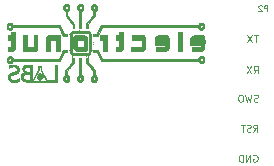
<source format=gbo>
G04 #@! TF.FileFunction,Legend,Bot*
%FSLAX46Y46*%
G04 Gerber Fmt 4.6, Leading zero omitted, Abs format (unit mm)*
G04 Created by KiCad (PCBNEW 4.0.2-stable) date 6/30/2017 10:51:31 AM*
%MOMM*%
G01*
G04 APERTURE LIST*
%ADD10C,0.150000*%
%ADD11C,0.050000*%
%ADD12C,0.010000*%
G04 APERTURE END LIST*
D10*
D11*
X210134142Y-140797000D02*
X210191285Y-140768429D01*
X210276999Y-140768429D01*
X210362714Y-140797000D01*
X210419856Y-140854143D01*
X210448428Y-140911286D01*
X210476999Y-141025571D01*
X210476999Y-141111286D01*
X210448428Y-141225571D01*
X210419856Y-141282714D01*
X210362714Y-141339857D01*
X210276999Y-141368429D01*
X210219856Y-141368429D01*
X210134142Y-141339857D01*
X210105571Y-141311286D01*
X210105571Y-141111286D01*
X210219856Y-141111286D01*
X209848428Y-141368429D02*
X209848428Y-140768429D01*
X209505571Y-141368429D01*
X209505571Y-140768429D01*
X209219857Y-141368429D02*
X209219857Y-140768429D01*
X209077000Y-140768429D01*
X208991285Y-140797000D01*
X208934143Y-140854143D01*
X208905571Y-140911286D01*
X208877000Y-141025571D01*
X208877000Y-141111286D01*
X208905571Y-141225571D01*
X208934143Y-141282714D01*
X208991285Y-141339857D01*
X209077000Y-141368429D01*
X209219857Y-141368429D01*
X210132572Y-138828429D02*
X210332572Y-138542714D01*
X210475429Y-138828429D02*
X210475429Y-138228429D01*
X210246857Y-138228429D01*
X210189715Y-138257000D01*
X210161143Y-138285571D01*
X210132572Y-138342714D01*
X210132572Y-138428429D01*
X210161143Y-138485571D01*
X210189715Y-138514143D01*
X210246857Y-138542714D01*
X210475429Y-138542714D01*
X209904000Y-138799857D02*
X209818286Y-138828429D01*
X209675429Y-138828429D01*
X209618286Y-138799857D01*
X209589715Y-138771286D01*
X209561143Y-138714143D01*
X209561143Y-138657000D01*
X209589715Y-138599857D01*
X209618286Y-138571286D01*
X209675429Y-138542714D01*
X209789715Y-138514143D01*
X209846857Y-138485571D01*
X209875429Y-138457000D01*
X209904000Y-138399857D01*
X209904000Y-138342714D01*
X209875429Y-138285571D01*
X209846857Y-138257000D01*
X209789715Y-138228429D01*
X209646857Y-138228429D01*
X209561143Y-138257000D01*
X209389714Y-138228429D02*
X209046857Y-138228429D01*
X209218286Y-138828429D02*
X209218286Y-138228429D01*
X210505571Y-136259857D02*
X210419857Y-136288429D01*
X210277000Y-136288429D01*
X210219857Y-136259857D01*
X210191286Y-136231286D01*
X210162714Y-136174143D01*
X210162714Y-136117000D01*
X210191286Y-136059857D01*
X210219857Y-136031286D01*
X210277000Y-136002714D01*
X210391286Y-135974143D01*
X210448428Y-135945571D01*
X210477000Y-135917000D01*
X210505571Y-135859857D01*
X210505571Y-135802714D01*
X210477000Y-135745571D01*
X210448428Y-135717000D01*
X210391286Y-135688429D01*
X210248428Y-135688429D01*
X210162714Y-135717000D01*
X209962714Y-135688429D02*
X209819857Y-136288429D01*
X209705571Y-135859857D01*
X209591285Y-136288429D01*
X209448428Y-135688429D01*
X209105571Y-135688429D02*
X208991285Y-135688429D01*
X208934143Y-135717000D01*
X208877000Y-135774143D01*
X208848428Y-135888429D01*
X208848428Y-136088429D01*
X208877000Y-136202714D01*
X208934143Y-136259857D01*
X208991285Y-136288429D01*
X209105571Y-136288429D01*
X209162714Y-136259857D01*
X209219857Y-136202714D01*
X209248428Y-136088429D01*
X209248428Y-135888429D01*
X209219857Y-135774143D01*
X209162714Y-135717000D01*
X209105571Y-135688429D01*
X210158000Y-133875429D02*
X210358000Y-133589714D01*
X210500857Y-133875429D02*
X210500857Y-133275429D01*
X210272285Y-133275429D01*
X210215143Y-133304000D01*
X210186571Y-133332571D01*
X210158000Y-133389714D01*
X210158000Y-133475429D01*
X210186571Y-133532571D01*
X210215143Y-133561143D01*
X210272285Y-133589714D01*
X210500857Y-133589714D01*
X209958000Y-133275429D02*
X209558000Y-133875429D01*
X209558000Y-133275429D02*
X209958000Y-133875429D01*
X210515143Y-130608429D02*
X210172286Y-130608429D01*
X210343715Y-131208429D02*
X210343715Y-130608429D01*
X210029429Y-130608429D02*
X209629429Y-131208429D01*
X209629429Y-130608429D02*
X210029429Y-131208429D01*
D12*
G36*
X195963369Y-132789084D02*
X195967989Y-132981700D01*
X196107370Y-133147032D01*
X196150974Y-133198676D01*
X196201594Y-133258497D01*
X196256141Y-133322856D01*
X196311526Y-133388109D01*
X196364662Y-133450615D01*
X196407416Y-133500817D01*
X196568081Y-133689270D01*
X196566166Y-133851769D01*
X196564250Y-134014267D01*
X196514862Y-134046613D01*
X196466817Y-134082880D01*
X196430031Y-134122358D01*
X196401654Y-134168388D01*
X196391067Y-134191648D01*
X196380457Y-134219320D01*
X196374171Y-134243533D01*
X196371125Y-134270701D01*
X196370237Y-134307238D01*
X196370223Y-134315044D01*
X196372706Y-134374466D01*
X196381031Y-134423215D01*
X196396511Y-134466659D01*
X196416383Y-134503597D01*
X196456081Y-134554811D01*
X196504137Y-134593782D01*
X196558273Y-134619397D01*
X196616212Y-134630542D01*
X196669418Y-134627336D01*
X196721167Y-134609950D01*
X196771015Y-134578488D01*
X196815842Y-134535744D01*
X196852531Y-134484514D01*
X196871081Y-134446646D01*
X196885355Y-134394401D01*
X196889432Y-134348130D01*
X196755818Y-134348130D01*
X196744449Y-134389133D01*
X196722676Y-134423702D01*
X196691733Y-134449623D01*
X196652856Y-134464684D01*
X196624156Y-134467600D01*
X196593763Y-134464981D01*
X196570937Y-134455922D01*
X196560651Y-134448550D01*
X196532705Y-134420663D01*
X196515787Y-134389511D01*
X196507527Y-134349947D01*
X196506086Y-134329926D01*
X196508921Y-134277605D01*
X196522503Y-134236213D01*
X196546646Y-134205971D01*
X196581166Y-134187099D01*
X196625878Y-134179818D01*
X196631889Y-134179734D01*
X196672665Y-134184482D01*
X196703921Y-134199859D01*
X196728127Y-134227560D01*
X196742403Y-134255679D01*
X196755548Y-134302908D01*
X196755818Y-134348130D01*
X196889432Y-134348130D01*
X196890615Y-134334717D01*
X196887087Y-134272954D01*
X196874997Y-134214475D01*
X196859668Y-134174388D01*
X196835277Y-134134728D01*
X196802212Y-134094895D01*
X196765183Y-134060071D01*
X196738049Y-134040603D01*
X196701834Y-134018582D01*
X196701115Y-133817641D01*
X196700395Y-133616700D01*
X196103129Y-132922434D01*
X196102621Y-132759450D01*
X196102112Y-132596467D01*
X195958750Y-132596467D01*
X195963369Y-132789084D01*
X195963369Y-132789084D01*
G37*
X195963369Y-132789084D02*
X195967989Y-132981700D01*
X196107370Y-133147032D01*
X196150974Y-133198676D01*
X196201594Y-133258497D01*
X196256141Y-133322856D01*
X196311526Y-133388109D01*
X196364662Y-133450615D01*
X196407416Y-133500817D01*
X196568081Y-133689270D01*
X196566166Y-133851769D01*
X196564250Y-134014267D01*
X196514862Y-134046613D01*
X196466817Y-134082880D01*
X196430031Y-134122358D01*
X196401654Y-134168388D01*
X196391067Y-134191648D01*
X196380457Y-134219320D01*
X196374171Y-134243533D01*
X196371125Y-134270701D01*
X196370237Y-134307238D01*
X196370223Y-134315044D01*
X196372706Y-134374466D01*
X196381031Y-134423215D01*
X196396511Y-134466659D01*
X196416383Y-134503597D01*
X196456081Y-134554811D01*
X196504137Y-134593782D01*
X196558273Y-134619397D01*
X196616212Y-134630542D01*
X196669418Y-134627336D01*
X196721167Y-134609950D01*
X196771015Y-134578488D01*
X196815842Y-134535744D01*
X196852531Y-134484514D01*
X196871081Y-134446646D01*
X196885355Y-134394401D01*
X196889432Y-134348130D01*
X196755818Y-134348130D01*
X196744449Y-134389133D01*
X196722676Y-134423702D01*
X196691733Y-134449623D01*
X196652856Y-134464684D01*
X196624156Y-134467600D01*
X196593763Y-134464981D01*
X196570937Y-134455922D01*
X196560651Y-134448550D01*
X196532705Y-134420663D01*
X196515787Y-134389511D01*
X196507527Y-134349947D01*
X196506086Y-134329926D01*
X196508921Y-134277605D01*
X196522503Y-134236213D01*
X196546646Y-134205971D01*
X196581166Y-134187099D01*
X196625878Y-134179818D01*
X196631889Y-134179734D01*
X196672665Y-134184482D01*
X196703921Y-134199859D01*
X196728127Y-134227560D01*
X196742403Y-134255679D01*
X196755548Y-134302908D01*
X196755818Y-134348130D01*
X196889432Y-134348130D01*
X196890615Y-134334717D01*
X196887087Y-134272954D01*
X196874997Y-134214475D01*
X196859668Y-134174388D01*
X196835277Y-134134728D01*
X196802212Y-134094895D01*
X196765183Y-134060071D01*
X196738049Y-134040603D01*
X196701834Y-134018582D01*
X196701115Y-133817641D01*
X196700395Y-133616700D01*
X196103129Y-132922434D01*
X196102621Y-132759450D01*
X196102112Y-132596467D01*
X195958750Y-132596467D01*
X195963369Y-132789084D01*
G36*
X195387777Y-133313827D02*
X195385973Y-134014253D01*
X195336584Y-134046183D01*
X195284120Y-134088021D01*
X195243223Y-134138649D01*
X195213859Y-134196667D01*
X195204488Y-134223187D01*
X195198906Y-134248167D01*
X195196205Y-134277674D01*
X195195478Y-134317774D01*
X195195477Y-134319560D01*
X195195984Y-134358428D01*
X195198248Y-134386733D01*
X195203378Y-134410828D01*
X195212482Y-134437064D01*
X195218663Y-134452465D01*
X195250215Y-134511648D01*
X195290949Y-134560179D01*
X195338785Y-134596794D01*
X195391641Y-134620228D01*
X195447438Y-134629218D01*
X195500200Y-134623495D01*
X195559048Y-134600885D01*
X195611439Y-134564224D01*
X195655618Y-134515105D01*
X195689834Y-134455123D01*
X195692761Y-134448300D01*
X195703214Y-134421357D01*
X195709575Y-134398156D01*
X195712831Y-134372718D01*
X195713970Y-134339063D01*
X195713988Y-134334888D01*
X195579478Y-134334888D01*
X195571711Y-134377163D01*
X195554303Y-134415033D01*
X195527245Y-134445131D01*
X195515233Y-134453361D01*
X195489197Y-134462990D01*
X195457286Y-134466885D01*
X195425606Y-134464926D01*
X195400261Y-134456994D01*
X195397970Y-134455656D01*
X195372391Y-134433770D01*
X195349349Y-134404101D01*
X195334021Y-134373384D01*
X195333505Y-134371799D01*
X195325457Y-134325636D01*
X195329655Y-134282305D01*
X195344259Y-134243669D01*
X195367427Y-134211586D01*
X195397320Y-134187919D01*
X195432094Y-134174526D01*
X195469910Y-134173270D01*
X195508926Y-134186011D01*
X195514373Y-134189013D01*
X195545054Y-134215269D01*
X195566139Y-134250576D01*
X195577618Y-134291570D01*
X195579478Y-134334888D01*
X195713988Y-134334888D01*
X195714056Y-134319434D01*
X195713552Y-134280068D01*
X195711380Y-134251636D01*
X195706553Y-134228159D01*
X195698083Y-134203658D01*
X195692761Y-134190567D01*
X195664038Y-134137339D01*
X195625866Y-134089548D01*
X195582306Y-134051888D01*
X195562148Y-134039561D01*
X195523556Y-134019080D01*
X195523556Y-132613400D01*
X195389582Y-132613400D01*
X195387777Y-133313827D01*
X195387777Y-133313827D01*
G37*
X195387777Y-133313827D02*
X195385973Y-134014253D01*
X195336584Y-134046183D01*
X195284120Y-134088021D01*
X195243223Y-134138649D01*
X195213859Y-134196667D01*
X195204488Y-134223187D01*
X195198906Y-134248167D01*
X195196205Y-134277674D01*
X195195478Y-134317774D01*
X195195477Y-134319560D01*
X195195984Y-134358428D01*
X195198248Y-134386733D01*
X195203378Y-134410828D01*
X195212482Y-134437064D01*
X195218663Y-134452465D01*
X195250215Y-134511648D01*
X195290949Y-134560179D01*
X195338785Y-134596794D01*
X195391641Y-134620228D01*
X195447438Y-134629218D01*
X195500200Y-134623495D01*
X195559048Y-134600885D01*
X195611439Y-134564224D01*
X195655618Y-134515105D01*
X195689834Y-134455123D01*
X195692761Y-134448300D01*
X195703214Y-134421357D01*
X195709575Y-134398156D01*
X195712831Y-134372718D01*
X195713970Y-134339063D01*
X195713988Y-134334888D01*
X195579478Y-134334888D01*
X195571711Y-134377163D01*
X195554303Y-134415033D01*
X195527245Y-134445131D01*
X195515233Y-134453361D01*
X195489197Y-134462990D01*
X195457286Y-134466885D01*
X195425606Y-134464926D01*
X195400261Y-134456994D01*
X195397970Y-134455656D01*
X195372391Y-134433770D01*
X195349349Y-134404101D01*
X195334021Y-134373384D01*
X195333505Y-134371799D01*
X195325457Y-134325636D01*
X195329655Y-134282305D01*
X195344259Y-134243669D01*
X195367427Y-134211586D01*
X195397320Y-134187919D01*
X195432094Y-134174526D01*
X195469910Y-134173270D01*
X195508926Y-134186011D01*
X195514373Y-134189013D01*
X195545054Y-134215269D01*
X195566139Y-134250576D01*
X195577618Y-134291570D01*
X195579478Y-134334888D01*
X195713988Y-134334888D01*
X195714056Y-134319434D01*
X195713552Y-134280068D01*
X195711380Y-134251636D01*
X195706553Y-134228159D01*
X195698083Y-134203658D01*
X195692761Y-134190567D01*
X195664038Y-134137339D01*
X195625866Y-134089548D01*
X195582306Y-134051888D01*
X195562148Y-134039561D01*
X195523556Y-134019080D01*
X195523556Y-132613400D01*
X195389582Y-132613400D01*
X195387777Y-133313827D01*
G36*
X194803889Y-132918103D02*
X194643375Y-133106270D01*
X194595116Y-133162919D01*
X194542125Y-133225250D01*
X194487431Y-133289693D01*
X194434061Y-133352677D01*
X194385045Y-133410632D01*
X194347132Y-133455569D01*
X194211402Y-133616700D01*
X194206655Y-133818328D01*
X194201909Y-134019955D01*
X194166580Y-134041438D01*
X194125438Y-134073193D01*
X194086281Y-134115494D01*
X194053563Y-134163048D01*
X194037797Y-134194418D01*
X194027889Y-134219625D01*
X194021793Y-134241601D01*
X194018627Y-134265949D01*
X194017511Y-134298268D01*
X194017458Y-134323667D01*
X194020168Y-134382133D01*
X194029037Y-134429659D01*
X194045821Y-134471390D01*
X194072273Y-134512473D01*
X194089037Y-134533615D01*
X194137547Y-134580847D01*
X194191319Y-134612449D01*
X194249683Y-134628140D01*
X194311494Y-134627701D01*
X194363729Y-134612613D01*
X194414443Y-134582469D01*
X194460675Y-134539060D01*
X194463526Y-134535738D01*
X194493357Y-134496114D01*
X194513774Y-134456931D01*
X194526455Y-134413349D01*
X194533077Y-134360532D01*
X194534586Y-134330748D01*
X194535204Y-134304881D01*
X194400245Y-134304881D01*
X194398514Y-134357165D01*
X194386051Y-134399538D01*
X194362344Y-134432693D01*
X194326884Y-134457325D01*
X194279158Y-134474126D01*
X194274723Y-134475169D01*
X194266316Y-134473649D01*
X194249566Y-134468876D01*
X194242973Y-134466782D01*
X194209921Y-134448430D01*
X194182866Y-134418916D01*
X194162972Y-134381713D01*
X194151402Y-134340292D01*
X194149322Y-134298127D01*
X194157894Y-134258690D01*
X194167045Y-134240256D01*
X194189253Y-134210898D01*
X194214139Y-134192820D01*
X194246000Y-134183481D01*
X194266821Y-134181229D01*
X194303680Y-134181479D01*
X194331996Y-134189433D01*
X194356546Y-134207201D01*
X194376578Y-134229769D01*
X194389564Y-134249622D01*
X194396678Y-134271845D01*
X194400164Y-134303564D01*
X194400245Y-134304881D01*
X194535204Y-134304881D01*
X194535542Y-134290773D01*
X194534751Y-134262291D01*
X194531581Y-134239910D01*
X194525398Y-134218242D01*
X194519429Y-134201902D01*
X194490320Y-134144062D01*
X194450965Y-134092977D01*
X194404906Y-134052981D01*
X194390004Y-134043617D01*
X194345278Y-134018002D01*
X194345278Y-133682462D01*
X194530482Y-133463315D01*
X194578859Y-133406086D01*
X194629443Y-133346269D01*
X194680034Y-133286467D01*
X194728431Y-133229280D01*
X194772431Y-133177309D01*
X194809835Y-133133157D01*
X194827255Y-133112608D01*
X194938823Y-132981049D01*
X194943008Y-132792991D01*
X194947192Y-132604934D01*
X194803889Y-132604934D01*
X194803889Y-132918103D01*
X194803889Y-132918103D01*
G37*
X194803889Y-132918103D02*
X194643375Y-133106270D01*
X194595116Y-133162919D01*
X194542125Y-133225250D01*
X194487431Y-133289693D01*
X194434061Y-133352677D01*
X194385045Y-133410632D01*
X194347132Y-133455569D01*
X194211402Y-133616700D01*
X194206655Y-133818328D01*
X194201909Y-134019955D01*
X194166580Y-134041438D01*
X194125438Y-134073193D01*
X194086281Y-134115494D01*
X194053563Y-134163048D01*
X194037797Y-134194418D01*
X194027889Y-134219625D01*
X194021793Y-134241601D01*
X194018627Y-134265949D01*
X194017511Y-134298268D01*
X194017458Y-134323667D01*
X194020168Y-134382133D01*
X194029037Y-134429659D01*
X194045821Y-134471390D01*
X194072273Y-134512473D01*
X194089037Y-134533615D01*
X194137547Y-134580847D01*
X194191319Y-134612449D01*
X194249683Y-134628140D01*
X194311494Y-134627701D01*
X194363729Y-134612613D01*
X194414443Y-134582469D01*
X194460675Y-134539060D01*
X194463526Y-134535738D01*
X194493357Y-134496114D01*
X194513774Y-134456931D01*
X194526455Y-134413349D01*
X194533077Y-134360532D01*
X194534586Y-134330748D01*
X194535204Y-134304881D01*
X194400245Y-134304881D01*
X194398514Y-134357165D01*
X194386051Y-134399538D01*
X194362344Y-134432693D01*
X194326884Y-134457325D01*
X194279158Y-134474126D01*
X194274723Y-134475169D01*
X194266316Y-134473649D01*
X194249566Y-134468876D01*
X194242973Y-134466782D01*
X194209921Y-134448430D01*
X194182866Y-134418916D01*
X194162972Y-134381713D01*
X194151402Y-134340292D01*
X194149322Y-134298127D01*
X194157894Y-134258690D01*
X194167045Y-134240256D01*
X194189253Y-134210898D01*
X194214139Y-134192820D01*
X194246000Y-134183481D01*
X194266821Y-134181229D01*
X194303680Y-134181479D01*
X194331996Y-134189433D01*
X194356546Y-134207201D01*
X194376578Y-134229769D01*
X194389564Y-134249622D01*
X194396678Y-134271845D01*
X194400164Y-134303564D01*
X194400245Y-134304881D01*
X194535204Y-134304881D01*
X194535542Y-134290773D01*
X194534751Y-134262291D01*
X194531581Y-134239910D01*
X194525398Y-134218242D01*
X194519429Y-134201902D01*
X194490320Y-134144062D01*
X194450965Y-134092977D01*
X194404906Y-134052981D01*
X194390004Y-134043617D01*
X194345278Y-134018002D01*
X194345278Y-133682462D01*
X194530482Y-133463315D01*
X194578859Y-133406086D01*
X194629443Y-133346269D01*
X194680034Y-133286467D01*
X194728431Y-133229280D01*
X194772431Y-133177309D01*
X194809835Y-133133157D01*
X194827255Y-133112608D01*
X194938823Y-132981049D01*
X194943008Y-132792991D01*
X194947192Y-132604934D01*
X194803889Y-132604934D01*
X194803889Y-132918103D01*
G36*
X189797907Y-133140174D02*
X189777258Y-133140892D01*
X189715618Y-133143966D01*
X189664018Y-133148666D01*
X189618405Y-133155775D01*
X189574727Y-133166081D01*
X189528930Y-133180367D01*
X189478709Y-133198749D01*
X189413445Y-133223795D01*
X189413445Y-133453263D01*
X189436375Y-133434921D01*
X189474856Y-133407717D01*
X189522185Y-133379673D01*
X189573392Y-133353388D01*
X189623510Y-133331460D01*
X189656862Y-133319602D01*
X189708616Y-133306934D01*
X189764932Y-133298854D01*
X189821593Y-133295564D01*
X189874382Y-133297263D01*
X189919079Y-133304151D01*
X189928500Y-133306709D01*
X189985248Y-133329635D01*
X190032854Y-133360775D01*
X190069990Y-133398934D01*
X190095326Y-133442916D01*
X190102114Y-133462784D01*
X190110287Y-133515597D01*
X190107297Y-133569615D01*
X190094045Y-133620538D01*
X190071434Y-133664066D01*
X190056045Y-133682584D01*
X190038751Y-133696779D01*
X190015073Y-133710245D01*
X189983519Y-133723529D01*
X189942596Y-133737180D01*
X189890811Y-133751746D01*
X189826670Y-133767775D01*
X189819139Y-133769570D01*
X189740577Y-133788866D01*
X189674453Y-133806699D01*
X189619206Y-133823730D01*
X189573277Y-133840621D01*
X189535105Y-133858033D01*
X189503128Y-133876630D01*
X189475786Y-133897073D01*
X189451519Y-133920024D01*
X189443280Y-133928976D01*
X189405720Y-133982322D01*
X189379180Y-134044359D01*
X189363911Y-134112834D01*
X189360164Y-134185497D01*
X189368188Y-134260096D01*
X189388235Y-134334379D01*
X189395919Y-134354525D01*
X189430401Y-134420034D01*
X189477569Y-134478497D01*
X189537189Y-134529685D01*
X189609030Y-134573371D01*
X189629373Y-134583329D01*
X189645543Y-134590649D01*
X189660188Y-134596245D01*
X189675550Y-134600386D01*
X189693867Y-134603341D01*
X189717380Y-134605378D01*
X189748330Y-134606767D01*
X189788955Y-134607777D01*
X189840306Y-134608658D01*
X189895849Y-134609330D01*
X189939761Y-134609282D01*
X189974511Y-134608370D01*
X190002572Y-134606448D01*
X190026413Y-134603368D01*
X190048507Y-134598984D01*
X190062556Y-134595510D01*
X190095226Y-134585929D01*
X190135234Y-134572692D01*
X190176624Y-134557828D01*
X190201903Y-134548071D01*
X190281278Y-134516344D01*
X190282801Y-134439055D01*
X190283417Y-134385651D01*
X190283057Y-134341124D01*
X190281790Y-134307732D01*
X190279682Y-134287738D01*
X190278174Y-134283253D01*
X190271279Y-134285684D01*
X190256551Y-134295666D01*
X190242595Y-134306632D01*
X190169260Y-134358542D01*
X190088425Y-134400436D01*
X190003175Y-134431369D01*
X189916599Y-134450391D01*
X189831784Y-134456556D01*
X189769373Y-134451908D01*
X189700192Y-134436827D01*
X189643264Y-134413641D01*
X189598331Y-134382079D01*
X189565138Y-134341868D01*
X189543426Y-134292738D01*
X189532938Y-134234416D01*
X189531828Y-134201126D01*
X189534360Y-134154266D01*
X189542168Y-134118699D01*
X189556969Y-134089328D01*
X189578312Y-134063325D01*
X189594576Y-134048397D01*
X189614334Y-134034955D01*
X189639255Y-134022370D01*
X189671009Y-134010012D01*
X189711264Y-133997253D01*
X189761688Y-133983461D01*
X189823951Y-133968009D01*
X189843151Y-133963437D01*
X189891104Y-133951856D01*
X189936507Y-133940443D01*
X189976807Y-133929875D01*
X190009446Y-133920829D01*
X190031872Y-133913981D01*
X190037718Y-133911890D01*
X190107384Y-133877524D01*
X190165492Y-133833904D01*
X190211816Y-133781436D01*
X190246131Y-133720523D01*
X190268212Y-133651569D01*
X190277834Y-133574981D01*
X190274771Y-133491162D01*
X190274315Y-133487082D01*
X190261391Y-133418748D01*
X190238547Y-133359467D01*
X190204072Y-133305325D01*
X190184558Y-133281877D01*
X190131409Y-133232371D01*
X190068966Y-133191403D01*
X190001044Y-133161250D01*
X189964230Y-133150457D01*
X189938118Y-133144980D01*
X189911542Y-133141373D01*
X189881388Y-133139475D01*
X189844548Y-133139128D01*
X189797907Y-133140174D01*
X189797907Y-133140174D01*
G37*
X189797907Y-133140174D02*
X189777258Y-133140892D01*
X189715618Y-133143966D01*
X189664018Y-133148666D01*
X189618405Y-133155775D01*
X189574727Y-133166081D01*
X189528930Y-133180367D01*
X189478709Y-133198749D01*
X189413445Y-133223795D01*
X189413445Y-133453263D01*
X189436375Y-133434921D01*
X189474856Y-133407717D01*
X189522185Y-133379673D01*
X189573392Y-133353388D01*
X189623510Y-133331460D01*
X189656862Y-133319602D01*
X189708616Y-133306934D01*
X189764932Y-133298854D01*
X189821593Y-133295564D01*
X189874382Y-133297263D01*
X189919079Y-133304151D01*
X189928500Y-133306709D01*
X189985248Y-133329635D01*
X190032854Y-133360775D01*
X190069990Y-133398934D01*
X190095326Y-133442916D01*
X190102114Y-133462784D01*
X190110287Y-133515597D01*
X190107297Y-133569615D01*
X190094045Y-133620538D01*
X190071434Y-133664066D01*
X190056045Y-133682584D01*
X190038751Y-133696779D01*
X190015073Y-133710245D01*
X189983519Y-133723529D01*
X189942596Y-133737180D01*
X189890811Y-133751746D01*
X189826670Y-133767775D01*
X189819139Y-133769570D01*
X189740577Y-133788866D01*
X189674453Y-133806699D01*
X189619206Y-133823730D01*
X189573277Y-133840621D01*
X189535105Y-133858033D01*
X189503128Y-133876630D01*
X189475786Y-133897073D01*
X189451519Y-133920024D01*
X189443280Y-133928976D01*
X189405720Y-133982322D01*
X189379180Y-134044359D01*
X189363911Y-134112834D01*
X189360164Y-134185497D01*
X189368188Y-134260096D01*
X189388235Y-134334379D01*
X189395919Y-134354525D01*
X189430401Y-134420034D01*
X189477569Y-134478497D01*
X189537189Y-134529685D01*
X189609030Y-134573371D01*
X189629373Y-134583329D01*
X189645543Y-134590649D01*
X189660188Y-134596245D01*
X189675550Y-134600386D01*
X189693867Y-134603341D01*
X189717380Y-134605378D01*
X189748330Y-134606767D01*
X189788955Y-134607777D01*
X189840306Y-134608658D01*
X189895849Y-134609330D01*
X189939761Y-134609282D01*
X189974511Y-134608370D01*
X190002572Y-134606448D01*
X190026413Y-134603368D01*
X190048507Y-134598984D01*
X190062556Y-134595510D01*
X190095226Y-134585929D01*
X190135234Y-134572692D01*
X190176624Y-134557828D01*
X190201903Y-134548071D01*
X190281278Y-134516344D01*
X190282801Y-134439055D01*
X190283417Y-134385651D01*
X190283057Y-134341124D01*
X190281790Y-134307732D01*
X190279682Y-134287738D01*
X190278174Y-134283253D01*
X190271279Y-134285684D01*
X190256551Y-134295666D01*
X190242595Y-134306632D01*
X190169260Y-134358542D01*
X190088425Y-134400436D01*
X190003175Y-134431369D01*
X189916599Y-134450391D01*
X189831784Y-134456556D01*
X189769373Y-134451908D01*
X189700192Y-134436827D01*
X189643264Y-134413641D01*
X189598331Y-134382079D01*
X189565138Y-134341868D01*
X189543426Y-134292738D01*
X189532938Y-134234416D01*
X189531828Y-134201126D01*
X189534360Y-134154266D01*
X189542168Y-134118699D01*
X189556969Y-134089328D01*
X189578312Y-134063325D01*
X189594576Y-134048397D01*
X189614334Y-134034955D01*
X189639255Y-134022370D01*
X189671009Y-134010012D01*
X189711264Y-133997253D01*
X189761688Y-133983461D01*
X189823951Y-133968009D01*
X189843151Y-133963437D01*
X189891104Y-133951856D01*
X189936507Y-133940443D01*
X189976807Y-133929875D01*
X190009446Y-133920829D01*
X190031872Y-133913981D01*
X190037718Y-133911890D01*
X190107384Y-133877524D01*
X190165492Y-133833904D01*
X190211816Y-133781436D01*
X190246131Y-133720523D01*
X190268212Y-133651569D01*
X190277834Y-133574981D01*
X190274771Y-133491162D01*
X190274315Y-133487082D01*
X190261391Y-133418748D01*
X190238547Y-133359467D01*
X190204072Y-133305325D01*
X190184558Y-133281877D01*
X190131409Y-133232371D01*
X190068966Y-133191403D01*
X190001044Y-133161250D01*
X189964230Y-133150457D01*
X189938118Y-133144980D01*
X189911542Y-133141373D01*
X189881388Y-133139475D01*
X189844548Y-133139128D01*
X189797907Y-133140174D01*
G36*
X192060049Y-133282206D02*
X192039942Y-133282267D01*
X191918167Y-133282267D01*
X191918167Y-133567002D01*
X191873369Y-133651118D01*
X191860257Y-133675520D01*
X191840382Y-133712219D01*
X191814746Y-133759372D01*
X191784355Y-133815140D01*
X191750213Y-133877681D01*
X191713322Y-133945154D01*
X191674688Y-134015720D01*
X191640536Y-134078018D01*
X191452500Y-134420803D01*
X191452500Y-134594600D01*
X192644889Y-134594600D01*
X192644889Y-134534144D01*
X192603527Y-134534144D01*
X192603354Y-134545776D01*
X192603339Y-134545917D01*
X192596336Y-134546912D01*
X192576286Y-134547859D01*
X192544255Y-134548746D01*
X192501307Y-134549561D01*
X192448507Y-134550291D01*
X192386920Y-134550926D01*
X192317610Y-134551452D01*
X192241642Y-134551857D01*
X192160081Y-134552130D01*
X192073992Y-134552258D01*
X192045167Y-134552267D01*
X191487778Y-134552267D01*
X191487778Y-134434720D01*
X191720612Y-134010655D01*
X191953445Y-133586591D01*
X191953445Y-133324122D01*
X192147473Y-133328834D01*
X192151000Y-133468534D01*
X192154528Y-133608234D01*
X192601128Y-134421084D01*
X192602625Y-134480325D01*
X192603266Y-134510689D01*
X192603527Y-134534144D01*
X192644889Y-134534144D01*
X192644889Y-134422565D01*
X192187549Y-133589111D01*
X192185126Y-133454739D01*
X192184230Y-133396594D01*
X192182726Y-133353182D01*
X192178813Y-133322361D01*
X192170690Y-133301990D01*
X192156554Y-133289930D01*
X192134603Y-133284040D01*
X192103035Y-133282179D01*
X192060049Y-133282206D01*
X192060049Y-133282206D01*
G37*
X192060049Y-133282206D02*
X192039942Y-133282267D01*
X191918167Y-133282267D01*
X191918167Y-133567002D01*
X191873369Y-133651118D01*
X191860257Y-133675520D01*
X191840382Y-133712219D01*
X191814746Y-133759372D01*
X191784355Y-133815140D01*
X191750213Y-133877681D01*
X191713322Y-133945154D01*
X191674688Y-134015720D01*
X191640536Y-134078018D01*
X191452500Y-134420803D01*
X191452500Y-134594600D01*
X192644889Y-134594600D01*
X192644889Y-134534144D01*
X192603527Y-134534144D01*
X192603354Y-134545776D01*
X192603339Y-134545917D01*
X192596336Y-134546912D01*
X192576286Y-134547859D01*
X192544255Y-134548746D01*
X192501307Y-134549561D01*
X192448507Y-134550291D01*
X192386920Y-134550926D01*
X192317610Y-134551452D01*
X192241642Y-134551857D01*
X192160081Y-134552130D01*
X192073992Y-134552258D01*
X192045167Y-134552267D01*
X191487778Y-134552267D01*
X191487778Y-134434720D01*
X191720612Y-134010655D01*
X191953445Y-133586591D01*
X191953445Y-133324122D01*
X192147473Y-133328834D01*
X192151000Y-133468534D01*
X192154528Y-133608234D01*
X192601128Y-134421084D01*
X192602625Y-134480325D01*
X192603266Y-134510689D01*
X192603527Y-134534144D01*
X192644889Y-134534144D01*
X192644889Y-134422565D01*
X192187549Y-133589111D01*
X192185126Y-133454739D01*
X192184230Y-133396594D01*
X192182726Y-133353182D01*
X192178813Y-133322361D01*
X192170690Y-133301990D01*
X192156554Y-133289930D01*
X192134603Y-133284040D01*
X192103035Y-133282179D01*
X192060049Y-133282206D01*
G36*
X193320504Y-133796617D02*
X193318695Y-134421034D01*
X193020598Y-134423242D01*
X192722500Y-134425451D01*
X192722500Y-134586133D01*
X193477445Y-134586133D01*
X193477445Y-133172200D01*
X193322314Y-133172200D01*
X193320504Y-133796617D01*
X193320504Y-133796617D01*
G37*
X193320504Y-133796617D02*
X193318695Y-134421034D01*
X193020598Y-134423242D01*
X192722500Y-134425451D01*
X192722500Y-134586133D01*
X193477445Y-134586133D01*
X193477445Y-133172200D01*
X193322314Y-133172200D01*
X193320504Y-133796617D01*
G36*
X191094431Y-133170337D02*
X191023515Y-133171008D01*
X190965190Y-133171716D01*
X190917938Y-133172554D01*
X190880239Y-133173616D01*
X190850574Y-133174996D01*
X190827424Y-133176788D01*
X190809269Y-133179087D01*
X190794590Y-133181986D01*
X190781867Y-133185579D01*
X190769583Y-133189960D01*
X190768112Y-133190525D01*
X190707821Y-133218183D01*
X190660069Y-133250226D01*
X190623526Y-133287922D01*
X190596863Y-133332536D01*
X190584321Y-133365458D01*
X190577043Y-133391782D01*
X190572855Y-133417104D01*
X190571248Y-133446943D01*
X190571711Y-133486818D01*
X190572062Y-133498167D01*
X190576189Y-133554883D01*
X190585491Y-133602299D01*
X190601580Y-133643744D01*
X190626068Y-133682548D01*
X190660565Y-133722042D01*
X190697432Y-133757259D01*
X190721761Y-133779284D01*
X190693783Y-133790172D01*
X190629984Y-133822109D01*
X190574604Y-133864402D01*
X190529191Y-133915575D01*
X190495289Y-133974155D01*
X190491397Y-133983234D01*
X190482077Y-134006564D01*
X190475668Y-134025838D01*
X190471627Y-134045082D01*
X190469407Y-134068319D01*
X190468464Y-134099576D01*
X190468253Y-134142876D01*
X190468250Y-134154132D01*
X190468400Y-134200811D01*
X190469195Y-134234597D01*
X190471154Y-134259528D01*
X190474796Y-134279644D01*
X190480640Y-134298984D01*
X190489204Y-134321587D01*
X190490026Y-134323667D01*
X190525416Y-134393608D01*
X190572333Y-134454127D01*
X190630332Y-134504765D01*
X190698967Y-134545064D01*
X190709963Y-134550105D01*
X190724951Y-134556425D01*
X190739449Y-134561450D01*
X190755430Y-134565410D01*
X190774865Y-134568533D01*
X190799726Y-134571047D01*
X190831985Y-134573182D01*
X190873614Y-134575166D01*
X190926584Y-134577229D01*
X190951556Y-134578133D01*
X191010318Y-134580093D01*
X191071529Y-134581883D01*
X191131653Y-134583416D01*
X191187153Y-134584608D01*
X191234493Y-134585373D01*
X191260237Y-134585605D01*
X191374889Y-134586133D01*
X191374889Y-134281751D01*
X191218476Y-134281751D01*
X191218345Y-134333323D01*
X191217992Y-134375262D01*
X191217428Y-134405379D01*
X191216667Y-134421483D01*
X191216373Y-134423356D01*
X191212314Y-134427245D01*
X191201956Y-134429834D01*
X191183648Y-134431195D01*
X191155742Y-134431398D01*
X191116587Y-134430516D01*
X191080446Y-134429247D01*
X191031728Y-134427097D01*
X190981426Y-134424392D01*
X190933784Y-134421394D01*
X190893045Y-134418364D01*
X190870975Y-134416369D01*
X190806819Y-134405416D01*
X190753772Y-134386290D01*
X190710278Y-134358281D01*
X190682373Y-134330283D01*
X190658964Y-134297842D01*
X190643663Y-134264419D01*
X190635092Y-134225344D01*
X190631876Y-134175946D01*
X190631749Y-134158567D01*
X190635111Y-134095608D01*
X190645734Y-134045070D01*
X190664851Y-134004062D01*
X190693698Y-133969693D01*
X190722250Y-133946683D01*
X190741796Y-133934968D01*
X190764778Y-133925543D01*
X190792810Y-133918191D01*
X190827507Y-133912694D01*
X190870483Y-133908836D01*
X190923352Y-133906399D01*
X190987728Y-133905166D01*
X191032695Y-133904913D01*
X191216139Y-133904567D01*
X191218011Y-134158474D01*
X191218369Y-134222738D01*
X191218476Y-134281751D01*
X191374889Y-134281751D01*
X191374889Y-133635888D01*
X191218479Y-133635888D01*
X191218223Y-133679483D01*
X191217678Y-133712690D01*
X191216864Y-133732987D01*
X191216263Y-133737900D01*
X191212637Y-133741893D01*
X191203593Y-133744590D01*
X191187411Y-133746064D01*
X191162368Y-133746387D01*
X191126743Y-133745631D01*
X191078814Y-133743871D01*
X191076782Y-133743787D01*
X191031069Y-133741547D01*
X190987144Y-133738748D01*
X190948150Y-133735637D01*
X190917231Y-133732463D01*
X190898639Y-133729706D01*
X190843148Y-133712628D01*
X190799177Y-133685896D01*
X190766594Y-133649407D01*
X190748400Y-133612467D01*
X190740727Y-133578318D01*
X190737422Y-133535141D01*
X190738399Y-133489539D01*
X190743570Y-133448111D01*
X190750937Y-133421740D01*
X190766950Y-133394236D01*
X190791048Y-133371746D01*
X190824133Y-133354021D01*
X190867104Y-133340813D01*
X190920862Y-133331872D01*
X190986309Y-133326950D01*
X191064344Y-133325796D01*
X191096195Y-133326266D01*
X191216139Y-133328834D01*
X191218037Y-133527625D01*
X191218424Y-133584428D01*
X191218479Y-133635888D01*
X191374889Y-133635888D01*
X191374889Y-133167866D01*
X191094431Y-133170337D01*
X191094431Y-133170337D01*
G37*
X191094431Y-133170337D02*
X191023515Y-133171008D01*
X190965190Y-133171716D01*
X190917938Y-133172554D01*
X190880239Y-133173616D01*
X190850574Y-133174996D01*
X190827424Y-133176788D01*
X190809269Y-133179087D01*
X190794590Y-133181986D01*
X190781867Y-133185579D01*
X190769583Y-133189960D01*
X190768112Y-133190525D01*
X190707821Y-133218183D01*
X190660069Y-133250226D01*
X190623526Y-133287922D01*
X190596863Y-133332536D01*
X190584321Y-133365458D01*
X190577043Y-133391782D01*
X190572855Y-133417104D01*
X190571248Y-133446943D01*
X190571711Y-133486818D01*
X190572062Y-133498167D01*
X190576189Y-133554883D01*
X190585491Y-133602299D01*
X190601580Y-133643744D01*
X190626068Y-133682548D01*
X190660565Y-133722042D01*
X190697432Y-133757259D01*
X190721761Y-133779284D01*
X190693783Y-133790172D01*
X190629984Y-133822109D01*
X190574604Y-133864402D01*
X190529191Y-133915575D01*
X190495289Y-133974155D01*
X190491397Y-133983234D01*
X190482077Y-134006564D01*
X190475668Y-134025838D01*
X190471627Y-134045082D01*
X190469407Y-134068319D01*
X190468464Y-134099576D01*
X190468253Y-134142876D01*
X190468250Y-134154132D01*
X190468400Y-134200811D01*
X190469195Y-134234597D01*
X190471154Y-134259528D01*
X190474796Y-134279644D01*
X190480640Y-134298984D01*
X190489204Y-134321587D01*
X190490026Y-134323667D01*
X190525416Y-134393608D01*
X190572333Y-134454127D01*
X190630332Y-134504765D01*
X190698967Y-134545064D01*
X190709963Y-134550105D01*
X190724951Y-134556425D01*
X190739449Y-134561450D01*
X190755430Y-134565410D01*
X190774865Y-134568533D01*
X190799726Y-134571047D01*
X190831985Y-134573182D01*
X190873614Y-134575166D01*
X190926584Y-134577229D01*
X190951556Y-134578133D01*
X191010318Y-134580093D01*
X191071529Y-134581883D01*
X191131653Y-134583416D01*
X191187153Y-134584608D01*
X191234493Y-134585373D01*
X191260237Y-134585605D01*
X191374889Y-134586133D01*
X191374889Y-134281751D01*
X191218476Y-134281751D01*
X191218345Y-134333323D01*
X191217992Y-134375262D01*
X191217428Y-134405379D01*
X191216667Y-134421483D01*
X191216373Y-134423356D01*
X191212314Y-134427245D01*
X191201956Y-134429834D01*
X191183648Y-134431195D01*
X191155742Y-134431398D01*
X191116587Y-134430516D01*
X191080446Y-134429247D01*
X191031728Y-134427097D01*
X190981426Y-134424392D01*
X190933784Y-134421394D01*
X190893045Y-134418364D01*
X190870975Y-134416369D01*
X190806819Y-134405416D01*
X190753772Y-134386290D01*
X190710278Y-134358281D01*
X190682373Y-134330283D01*
X190658964Y-134297842D01*
X190643663Y-134264419D01*
X190635092Y-134225344D01*
X190631876Y-134175946D01*
X190631749Y-134158567D01*
X190635111Y-134095608D01*
X190645734Y-134045070D01*
X190664851Y-134004062D01*
X190693698Y-133969693D01*
X190722250Y-133946683D01*
X190741796Y-133934968D01*
X190764778Y-133925543D01*
X190792810Y-133918191D01*
X190827507Y-133912694D01*
X190870483Y-133908836D01*
X190923352Y-133906399D01*
X190987728Y-133905166D01*
X191032695Y-133904913D01*
X191216139Y-133904567D01*
X191218011Y-134158474D01*
X191218369Y-134222738D01*
X191218476Y-134281751D01*
X191374889Y-134281751D01*
X191374889Y-133635888D01*
X191218479Y-133635888D01*
X191218223Y-133679483D01*
X191217678Y-133712690D01*
X191216864Y-133732987D01*
X191216263Y-133737900D01*
X191212637Y-133741893D01*
X191203593Y-133744590D01*
X191187411Y-133746064D01*
X191162368Y-133746387D01*
X191126743Y-133745631D01*
X191078814Y-133743871D01*
X191076782Y-133743787D01*
X191031069Y-133741547D01*
X190987144Y-133738748D01*
X190948150Y-133735637D01*
X190917231Y-133732463D01*
X190898639Y-133729706D01*
X190843148Y-133712628D01*
X190799177Y-133685896D01*
X190766594Y-133649407D01*
X190748400Y-133612467D01*
X190740727Y-133578318D01*
X190737422Y-133535141D01*
X190738399Y-133489539D01*
X190743570Y-133448111D01*
X190750937Y-133421740D01*
X190766950Y-133394236D01*
X190791048Y-133371746D01*
X190824133Y-133354021D01*
X190867104Y-133340813D01*
X190920862Y-133331872D01*
X190986309Y-133326950D01*
X191064344Y-133325796D01*
X191096195Y-133326266D01*
X191216139Y-133328834D01*
X191218037Y-133527625D01*
X191218424Y-133584428D01*
X191218479Y-133635888D01*
X191374889Y-133635888D01*
X191374889Y-133167866D01*
X191094431Y-133170337D01*
G36*
X194195348Y-131923179D02*
X194144867Y-131924847D01*
X194099281Y-131926435D01*
X194060409Y-131927873D01*
X194030070Y-131929090D01*
X194010083Y-131930016D01*
X194002268Y-131930581D01*
X194002225Y-131930603D01*
X193998591Y-131937918D01*
X193988482Y-131958453D01*
X193972575Y-131990830D01*
X193951544Y-132033673D01*
X193926067Y-132085602D01*
X193896820Y-132145240D01*
X193864478Y-132211209D01*
X193829718Y-132282132D01*
X193819852Y-132302265D01*
X193638338Y-132672697D01*
X191700685Y-132670565D01*
X189763032Y-132668434D01*
X189743270Y-132618970D01*
X189719225Y-132571980D01*
X189686557Y-132526254D01*
X189649450Y-132486938D01*
X189614528Y-132460581D01*
X189596774Y-132451130D01*
X189579597Y-132445040D01*
X189559137Y-132441603D01*
X189531532Y-132440108D01*
X189501639Y-132439834D01*
X189465495Y-132440286D01*
X189439589Y-132442117D01*
X189420057Y-132446034D01*
X189403037Y-132452745D01*
X189388750Y-132460533D01*
X189349817Y-132489983D01*
X189312899Y-132529754D01*
X189281731Y-132575105D01*
X189260044Y-132621290D01*
X189258416Y-132626163D01*
X189244641Y-132691074D01*
X189242205Y-132760199D01*
X189251107Y-132827675D01*
X189258415Y-132854700D01*
X189280660Y-132904991D01*
X189312877Y-132952394D01*
X189351454Y-132992617D01*
X189392776Y-133021374D01*
X189402862Y-133026162D01*
X189462098Y-133044988D01*
X189517402Y-133048650D01*
X189554556Y-133042379D01*
X189612723Y-133018868D01*
X189663864Y-132982014D01*
X189706296Y-132933369D01*
X189738332Y-132874487D01*
X189739292Y-132872143D01*
X189754923Y-132833534D01*
X190594893Y-132832304D01*
X190704137Y-132832119D01*
X190825809Y-132831868D01*
X190958227Y-132831556D01*
X191099707Y-132831189D01*
X191248568Y-132830772D01*
X191403126Y-132830310D01*
X191561698Y-132829809D01*
X191722602Y-132829274D01*
X191884155Y-132828711D01*
X192044675Y-132828125D01*
X192202477Y-132827521D01*
X192355881Y-132826905D01*
X192503203Y-132826282D01*
X192577620Y-132825954D01*
X193720378Y-132820834D01*
X193755312Y-132749899D01*
X189628991Y-132749899D01*
X189622435Y-132792001D01*
X189605269Y-132830527D01*
X189577397Y-132862559D01*
X189559917Y-132874935D01*
X189519213Y-132890475D01*
X189478110Y-132889104D01*
X189443795Y-132875054D01*
X189415196Y-132850075D01*
X189391599Y-132813526D01*
X189376160Y-132770624D01*
X189373963Y-132759627D01*
X189374187Y-132720690D01*
X189385894Y-132680859D01*
X189407068Y-132644161D01*
X189435691Y-132614626D01*
X189451959Y-132603915D01*
X189487852Y-132590400D01*
X189521668Y-132591800D01*
X189551028Y-132604052D01*
X189585956Y-132631297D01*
X189610656Y-132666630D01*
X189625033Y-132707136D01*
X189628991Y-132749899D01*
X193755312Y-132749899D01*
X193901763Y-132452534D01*
X194083148Y-132084233D01*
X194387622Y-132084233D01*
X194387617Y-132000609D01*
X194387612Y-131916984D01*
X194195348Y-131923179D01*
X194195348Y-131923179D01*
G37*
X194195348Y-131923179D02*
X194144867Y-131924847D01*
X194099281Y-131926435D01*
X194060409Y-131927873D01*
X194030070Y-131929090D01*
X194010083Y-131930016D01*
X194002268Y-131930581D01*
X194002225Y-131930603D01*
X193998591Y-131937918D01*
X193988482Y-131958453D01*
X193972575Y-131990830D01*
X193951544Y-132033673D01*
X193926067Y-132085602D01*
X193896820Y-132145240D01*
X193864478Y-132211209D01*
X193829718Y-132282132D01*
X193819852Y-132302265D01*
X193638338Y-132672697D01*
X191700685Y-132670565D01*
X189763032Y-132668434D01*
X189743270Y-132618970D01*
X189719225Y-132571980D01*
X189686557Y-132526254D01*
X189649450Y-132486938D01*
X189614528Y-132460581D01*
X189596774Y-132451130D01*
X189579597Y-132445040D01*
X189559137Y-132441603D01*
X189531532Y-132440108D01*
X189501639Y-132439834D01*
X189465495Y-132440286D01*
X189439589Y-132442117D01*
X189420057Y-132446034D01*
X189403037Y-132452745D01*
X189388750Y-132460533D01*
X189349817Y-132489983D01*
X189312899Y-132529754D01*
X189281731Y-132575105D01*
X189260044Y-132621290D01*
X189258416Y-132626163D01*
X189244641Y-132691074D01*
X189242205Y-132760199D01*
X189251107Y-132827675D01*
X189258415Y-132854700D01*
X189280660Y-132904991D01*
X189312877Y-132952394D01*
X189351454Y-132992617D01*
X189392776Y-133021374D01*
X189402862Y-133026162D01*
X189462098Y-133044988D01*
X189517402Y-133048650D01*
X189554556Y-133042379D01*
X189612723Y-133018868D01*
X189663864Y-132982014D01*
X189706296Y-132933369D01*
X189738332Y-132874487D01*
X189739292Y-132872143D01*
X189754923Y-132833534D01*
X190594893Y-132832304D01*
X190704137Y-132832119D01*
X190825809Y-132831868D01*
X190958227Y-132831556D01*
X191099707Y-132831189D01*
X191248568Y-132830772D01*
X191403126Y-132830310D01*
X191561698Y-132829809D01*
X191722602Y-132829274D01*
X191884155Y-132828711D01*
X192044675Y-132828125D01*
X192202477Y-132827521D01*
X192355881Y-132826905D01*
X192503203Y-132826282D01*
X192577620Y-132825954D01*
X193720378Y-132820834D01*
X193755312Y-132749899D01*
X189628991Y-132749899D01*
X189622435Y-132792001D01*
X189605269Y-132830527D01*
X189577397Y-132862559D01*
X189559917Y-132874935D01*
X189519213Y-132890475D01*
X189478110Y-132889104D01*
X189443795Y-132875054D01*
X189415196Y-132850075D01*
X189391599Y-132813526D01*
X189376160Y-132770624D01*
X189373963Y-132759627D01*
X189374187Y-132720690D01*
X189385894Y-132680859D01*
X189407068Y-132644161D01*
X189435691Y-132614626D01*
X189451959Y-132603915D01*
X189487852Y-132590400D01*
X189521668Y-132591800D01*
X189551028Y-132604052D01*
X189585956Y-132631297D01*
X189610656Y-132666630D01*
X189625033Y-132707136D01*
X189628991Y-132749899D01*
X193755312Y-132749899D01*
X193901763Y-132452534D01*
X194083148Y-132084233D01*
X194387622Y-132084233D01*
X194387617Y-132000609D01*
X194387612Y-131916984D01*
X194195348Y-131923179D01*
G36*
X196580591Y-131995151D02*
X196582821Y-132079673D01*
X196886829Y-132084233D01*
X197248639Y-132824313D01*
X205470549Y-132825067D01*
X205488264Y-132861341D01*
X205513073Y-132901784D01*
X205546431Y-132942136D01*
X205583460Y-132977096D01*
X205614853Y-132998990D01*
X205634972Y-133009002D01*
X205654608Y-133015217D01*
X205678163Y-133018481D01*
X205710033Y-133019644D01*
X205722362Y-133019711D01*
X205756650Y-133019230D01*
X205781394Y-133017054D01*
X205801148Y-133012211D01*
X205820467Y-133003729D01*
X205835250Y-132995632D01*
X205878223Y-132963253D01*
X205918088Y-132918532D01*
X205951049Y-132866042D01*
X205961657Y-132843406D01*
X205970399Y-132820568D01*
X205975835Y-132799000D01*
X205978716Y-132773493D01*
X205979793Y-132738834D01*
X205979871Y-132721024D01*
X205847850Y-132721024D01*
X205841219Y-132769339D01*
X205822357Y-132811417D01*
X205792808Y-132844126D01*
X205784115Y-132850353D01*
X205751177Y-132863670D01*
X205713805Y-132866177D01*
X205677309Y-132858281D01*
X205646997Y-132840390D01*
X205646320Y-132839777D01*
X205619387Y-132806383D01*
X205601354Y-132765798D01*
X205594057Y-132722930D01*
X205594956Y-132702595D01*
X205607229Y-132654176D01*
X205629700Y-132615010D01*
X205660476Y-132587157D01*
X205697665Y-132572674D01*
X205715890Y-132571067D01*
X205761596Y-132577607D01*
X205798341Y-132596699D01*
X205825430Y-132627552D01*
X205842165Y-132669374D01*
X205847850Y-132721024D01*
X205979871Y-132721024D01*
X205979889Y-132716944D01*
X205979435Y-132676047D01*
X205977546Y-132646723D01*
X205973432Y-132623628D01*
X205966305Y-132601421D01*
X205960772Y-132587546D01*
X205930443Y-132531637D01*
X205889768Y-132482277D01*
X205842388Y-132443762D01*
X205835160Y-132439322D01*
X205813990Y-132427638D01*
X205795663Y-132420317D01*
X205775687Y-132416377D01*
X205749571Y-132414835D01*
X205722362Y-132414665D01*
X205685654Y-132415573D01*
X205658807Y-132418512D01*
X205637607Y-132424234D01*
X205618410Y-132433177D01*
X205563779Y-132471784D01*
X205519315Y-132522075D01*
X205485345Y-132583622D01*
X205470542Y-132624436D01*
X205455050Y-132675425D01*
X204911372Y-132669818D01*
X204869231Y-132669458D01*
X204813493Y-132669104D01*
X204744673Y-132668756D01*
X204663285Y-132668415D01*
X204569843Y-132668082D01*
X204464862Y-132667757D01*
X204348857Y-132667441D01*
X204222342Y-132667136D01*
X204085830Y-132666841D01*
X203939838Y-132666558D01*
X203784878Y-132666286D01*
X203621466Y-132666028D01*
X203450115Y-132665783D01*
X203271341Y-132665552D01*
X203085657Y-132665336D01*
X202893579Y-132665136D01*
X202695620Y-132664952D01*
X202492295Y-132664786D01*
X202284118Y-132664637D01*
X202071604Y-132664507D01*
X201855268Y-132664396D01*
X201635622Y-132664305D01*
X201413183Y-132664234D01*
X201188464Y-132664185D01*
X200961980Y-132664159D01*
X200846973Y-132664154D01*
X197326250Y-132664096D01*
X197143965Y-132292924D01*
X196961680Y-131921753D01*
X196834154Y-131916210D01*
X196787411Y-131914341D01*
X196740197Y-131912739D01*
X196696495Y-131911518D01*
X196660290Y-131910796D01*
X196642494Y-131910648D01*
X196578362Y-131910630D01*
X196580591Y-131995151D01*
X196580591Y-131995151D01*
G37*
X196580591Y-131995151D02*
X196582821Y-132079673D01*
X196886829Y-132084233D01*
X197248639Y-132824313D01*
X205470549Y-132825067D01*
X205488264Y-132861341D01*
X205513073Y-132901784D01*
X205546431Y-132942136D01*
X205583460Y-132977096D01*
X205614853Y-132998990D01*
X205634972Y-133009002D01*
X205654608Y-133015217D01*
X205678163Y-133018481D01*
X205710033Y-133019644D01*
X205722362Y-133019711D01*
X205756650Y-133019230D01*
X205781394Y-133017054D01*
X205801148Y-133012211D01*
X205820467Y-133003729D01*
X205835250Y-132995632D01*
X205878223Y-132963253D01*
X205918088Y-132918532D01*
X205951049Y-132866042D01*
X205961657Y-132843406D01*
X205970399Y-132820568D01*
X205975835Y-132799000D01*
X205978716Y-132773493D01*
X205979793Y-132738834D01*
X205979871Y-132721024D01*
X205847850Y-132721024D01*
X205841219Y-132769339D01*
X205822357Y-132811417D01*
X205792808Y-132844126D01*
X205784115Y-132850353D01*
X205751177Y-132863670D01*
X205713805Y-132866177D01*
X205677309Y-132858281D01*
X205646997Y-132840390D01*
X205646320Y-132839777D01*
X205619387Y-132806383D01*
X205601354Y-132765798D01*
X205594057Y-132722930D01*
X205594956Y-132702595D01*
X205607229Y-132654176D01*
X205629700Y-132615010D01*
X205660476Y-132587157D01*
X205697665Y-132572674D01*
X205715890Y-132571067D01*
X205761596Y-132577607D01*
X205798341Y-132596699D01*
X205825430Y-132627552D01*
X205842165Y-132669374D01*
X205847850Y-132721024D01*
X205979871Y-132721024D01*
X205979889Y-132716944D01*
X205979435Y-132676047D01*
X205977546Y-132646723D01*
X205973432Y-132623628D01*
X205966305Y-132601421D01*
X205960772Y-132587546D01*
X205930443Y-132531637D01*
X205889768Y-132482277D01*
X205842388Y-132443762D01*
X205835160Y-132439322D01*
X205813990Y-132427638D01*
X205795663Y-132420317D01*
X205775687Y-132416377D01*
X205749571Y-132414835D01*
X205722362Y-132414665D01*
X205685654Y-132415573D01*
X205658807Y-132418512D01*
X205637607Y-132424234D01*
X205618410Y-132433177D01*
X205563779Y-132471784D01*
X205519315Y-132522075D01*
X205485345Y-132583622D01*
X205470542Y-132624436D01*
X205455050Y-132675425D01*
X204911372Y-132669818D01*
X204869231Y-132669458D01*
X204813493Y-132669104D01*
X204744673Y-132668756D01*
X204663285Y-132668415D01*
X204569843Y-132668082D01*
X204464862Y-132667757D01*
X204348857Y-132667441D01*
X204222342Y-132667136D01*
X204085830Y-132666841D01*
X203939838Y-132666558D01*
X203784878Y-132666286D01*
X203621466Y-132666028D01*
X203450115Y-132665783D01*
X203271341Y-132665552D01*
X203085657Y-132665336D01*
X202893579Y-132665136D01*
X202695620Y-132664952D01*
X202492295Y-132664786D01*
X202284118Y-132664637D01*
X202071604Y-132664507D01*
X201855268Y-132664396D01*
X201635622Y-132664305D01*
X201413183Y-132664234D01*
X201188464Y-132664185D01*
X200961980Y-132664159D01*
X200846973Y-132664154D01*
X197326250Y-132664096D01*
X197143965Y-132292924D01*
X196961680Y-131921753D01*
X196834154Y-131916210D01*
X196787411Y-131914341D01*
X196740197Y-131912739D01*
X196696495Y-131911518D01*
X196660290Y-131910796D01*
X196642494Y-131910648D01*
X196578362Y-131910630D01*
X196580591Y-131995151D01*
G36*
X195530612Y-132592234D02*
X195534139Y-132596467D01*
X195537667Y-132592234D01*
X195534139Y-132588000D01*
X195530612Y-132592234D01*
X195530612Y-132592234D01*
G37*
X195530612Y-132592234D02*
X195534139Y-132596467D01*
X195537667Y-132592234D01*
X195534139Y-132588000D01*
X195530612Y-132592234D01*
G36*
X195390860Y-130257772D02*
X195389500Y-130310910D01*
X195098459Y-130310027D01*
X195035259Y-130309978D01*
X194976104Y-130310203D01*
X194922562Y-130310677D01*
X194876200Y-130311374D01*
X194838586Y-130312268D01*
X194811286Y-130313333D01*
X194795868Y-130314543D01*
X194793306Y-130315091D01*
X194738746Y-130342820D01*
X194695308Y-130376448D01*
X194660239Y-130418789D01*
X194630787Y-130472656D01*
X194624063Y-130488052D01*
X194599101Y-130547534D01*
X194551565Y-130549029D01*
X194504028Y-130550524D01*
X194602806Y-130560234D01*
X194602806Y-131906433D01*
X194564000Y-131911144D01*
X194525195Y-131915855D01*
X194564000Y-131919611D01*
X194602806Y-131923367D01*
X194603687Y-132021775D01*
X194604311Y-132065061D01*
X194605764Y-132096152D01*
X194608783Y-132119786D01*
X194614104Y-132140700D01*
X194622465Y-132163633D01*
X194627806Y-132176827D01*
X194659398Y-132236443D01*
X194700227Y-132283340D01*
X194750814Y-132318118D01*
X194750858Y-132318140D01*
X194789537Y-132338234D01*
X194791060Y-132401734D01*
X194792582Y-132465234D01*
X194795036Y-132402718D01*
X194797490Y-132340203D01*
X194849470Y-132345855D01*
X194864964Y-132346772D01*
X194893326Y-132347637D01*
X194933313Y-132348437D01*
X194983683Y-132349161D01*
X195043191Y-132349797D01*
X195110595Y-132350334D01*
X195184652Y-132350759D01*
X195264119Y-132351062D01*
X195347754Y-132351231D01*
X195427330Y-132351257D01*
X195953210Y-132351007D01*
X195955800Y-132395420D01*
X195958390Y-132439834D01*
X195961000Y-132350934D01*
X196008625Y-132350840D01*
X196037885Y-132349997D01*
X196065549Y-132347900D01*
X196082382Y-132345563D01*
X196108514Y-132340378D01*
X196110966Y-132402806D01*
X196113419Y-132465234D01*
X196114821Y-132404855D01*
X196116223Y-132344477D01*
X196149039Y-132334561D01*
X196183503Y-132321633D01*
X196212648Y-132303950D01*
X196241590Y-132277963D01*
X196260912Y-132256995D01*
X196295874Y-132208398D01*
X196320584Y-132152701D01*
X196335679Y-132087830D01*
X196341796Y-132011713D01*
X196342000Y-131993038D01*
X196342000Y-131911512D01*
X196382570Y-131908457D01*
X196423139Y-131905402D01*
X196382570Y-131903801D01*
X196342000Y-131902200D01*
X196341007Y-131464017D01*
X196201173Y-131464017D01*
X196201171Y-131581428D01*
X196201100Y-131684016D01*
X196200903Y-131772835D01*
X196200521Y-131848942D01*
X196199897Y-131913390D01*
X196198974Y-131967235D01*
X196197694Y-132011531D01*
X196195998Y-132047335D01*
X196193831Y-132075700D01*
X196191133Y-132097681D01*
X196187847Y-132114335D01*
X196183915Y-132126715D01*
X196179281Y-132135877D01*
X196173885Y-132142875D01*
X196167672Y-132148765D01*
X196160581Y-132154602D01*
X196155922Y-132158484D01*
X196150489Y-132162912D01*
X196144604Y-132166606D01*
X196136985Y-132169651D01*
X196126346Y-132172134D01*
X196111404Y-132174139D01*
X196090876Y-132175753D01*
X196063478Y-132177060D01*
X196027926Y-132178147D01*
X195982936Y-132179099D01*
X195927224Y-132180002D01*
X195859507Y-132180941D01*
X195809306Y-132181600D01*
X195714657Y-132182675D01*
X195619155Y-132183457D01*
X195523919Y-132183957D01*
X195430065Y-132184184D01*
X195338711Y-132184149D01*
X195250974Y-132183860D01*
X195167973Y-132183328D01*
X195090825Y-132182563D01*
X195020647Y-132181574D01*
X194958557Y-132180372D01*
X194905672Y-132178965D01*
X194863110Y-132177365D01*
X194831988Y-132175580D01*
X194813425Y-132173621D01*
X194809835Y-132172814D01*
X194787333Y-132160004D01*
X194765474Y-132138844D01*
X194762067Y-132134439D01*
X194740103Y-132104419D01*
X194742010Y-131327717D01*
X194742349Y-131195044D01*
X194742685Y-131078260D01*
X194743038Y-130976318D01*
X194743426Y-130888172D01*
X194743869Y-130812778D01*
X194744384Y-130749089D01*
X194744990Y-130696061D01*
X194745707Y-130652647D01*
X194746554Y-130617803D01*
X194747548Y-130590482D01*
X194748708Y-130569639D01*
X194750054Y-130554229D01*
X194751605Y-130543206D01*
X194753378Y-130535525D01*
X194755393Y-130530140D01*
X194756363Y-130528225D01*
X194771968Y-130506277D01*
X194787802Y-130490501D01*
X194791651Y-130487982D01*
X194796966Y-130485762D01*
X194804607Y-130483822D01*
X194815434Y-130482144D01*
X194830308Y-130480709D01*
X194850089Y-130479497D01*
X194875637Y-130478491D01*
X194907812Y-130477672D01*
X194947475Y-130477020D01*
X194995486Y-130476516D01*
X195052706Y-130476143D01*
X195119993Y-130475881D01*
X195198210Y-130475711D01*
X195288215Y-130475615D01*
X195390869Y-130475573D01*
X195470639Y-130475567D01*
X195584948Y-130475530D01*
X195685989Y-130475474D01*
X195774602Y-130475478D01*
X195851632Y-130475622D01*
X195917919Y-130475986D01*
X195974307Y-130476650D01*
X196021637Y-130477693D01*
X196060752Y-130479195D01*
X196092493Y-130481236D01*
X196117703Y-130483896D01*
X196137225Y-130487256D01*
X196151900Y-130491393D01*
X196162570Y-130496389D01*
X196170079Y-130502324D01*
X196175267Y-130509276D01*
X196178977Y-130517327D01*
X196182052Y-130526555D01*
X196185334Y-130537040D01*
X196187587Y-130543522D01*
X196189943Y-130550425D01*
X196192010Y-130558263D01*
X196193807Y-130568126D01*
X196195353Y-130581103D01*
X196196667Y-130598285D01*
X196197767Y-130620762D01*
X196198673Y-130649625D01*
X196199402Y-130685964D01*
X196199975Y-130730869D01*
X196200409Y-130785430D01*
X196200723Y-130850737D01*
X196200937Y-130927882D01*
X196201069Y-131017954D01*
X196201138Y-131122043D01*
X196201163Y-131241239D01*
X196201164Y-131330727D01*
X196201173Y-131464017D01*
X196341007Y-131464017D01*
X196340526Y-131252384D01*
X196340279Y-131148238D01*
X196340022Y-131048477D01*
X196339759Y-130954476D01*
X196339496Y-130867610D01*
X196339237Y-130789254D01*
X196338987Y-130720782D01*
X196338750Y-130663570D01*
X196338532Y-130618992D01*
X196338337Y-130588424D01*
X196338171Y-130573240D01*
X196338152Y-130572485D01*
X196332705Y-130538092D01*
X196319619Y-130497324D01*
X196301147Y-130455878D01*
X196279542Y-130419457D01*
X196275411Y-130413763D01*
X196248699Y-130383287D01*
X196217619Y-130355442D01*
X196186675Y-130333852D01*
X196162084Y-130322596D01*
X196145392Y-130317232D01*
X196135543Y-130312969D01*
X196127649Y-130312282D01*
X196106981Y-130311661D01*
X196074875Y-130311116D01*
X196032667Y-130310657D01*
X195981693Y-130310297D01*
X195923291Y-130310045D01*
X195858796Y-130309912D01*
X195789545Y-130309909D01*
X195763700Y-130309943D01*
X195397231Y-130310540D01*
X195392219Y-130204634D01*
X195390860Y-130257772D01*
X195390860Y-130257772D01*
G37*
X195390860Y-130257772D02*
X195389500Y-130310910D01*
X195098459Y-130310027D01*
X195035259Y-130309978D01*
X194976104Y-130310203D01*
X194922562Y-130310677D01*
X194876200Y-130311374D01*
X194838586Y-130312268D01*
X194811286Y-130313333D01*
X194795868Y-130314543D01*
X194793306Y-130315091D01*
X194738746Y-130342820D01*
X194695308Y-130376448D01*
X194660239Y-130418789D01*
X194630787Y-130472656D01*
X194624063Y-130488052D01*
X194599101Y-130547534D01*
X194551565Y-130549029D01*
X194504028Y-130550524D01*
X194602806Y-130560234D01*
X194602806Y-131906433D01*
X194564000Y-131911144D01*
X194525195Y-131915855D01*
X194564000Y-131919611D01*
X194602806Y-131923367D01*
X194603687Y-132021775D01*
X194604311Y-132065061D01*
X194605764Y-132096152D01*
X194608783Y-132119786D01*
X194614104Y-132140700D01*
X194622465Y-132163633D01*
X194627806Y-132176827D01*
X194659398Y-132236443D01*
X194700227Y-132283340D01*
X194750814Y-132318118D01*
X194750858Y-132318140D01*
X194789537Y-132338234D01*
X194791060Y-132401734D01*
X194792582Y-132465234D01*
X194795036Y-132402718D01*
X194797490Y-132340203D01*
X194849470Y-132345855D01*
X194864964Y-132346772D01*
X194893326Y-132347637D01*
X194933313Y-132348437D01*
X194983683Y-132349161D01*
X195043191Y-132349797D01*
X195110595Y-132350334D01*
X195184652Y-132350759D01*
X195264119Y-132351062D01*
X195347754Y-132351231D01*
X195427330Y-132351257D01*
X195953210Y-132351007D01*
X195955800Y-132395420D01*
X195958390Y-132439834D01*
X195961000Y-132350934D01*
X196008625Y-132350840D01*
X196037885Y-132349997D01*
X196065549Y-132347900D01*
X196082382Y-132345563D01*
X196108514Y-132340378D01*
X196110966Y-132402806D01*
X196113419Y-132465234D01*
X196114821Y-132404855D01*
X196116223Y-132344477D01*
X196149039Y-132334561D01*
X196183503Y-132321633D01*
X196212648Y-132303950D01*
X196241590Y-132277963D01*
X196260912Y-132256995D01*
X196295874Y-132208398D01*
X196320584Y-132152701D01*
X196335679Y-132087830D01*
X196341796Y-132011713D01*
X196342000Y-131993038D01*
X196342000Y-131911512D01*
X196382570Y-131908457D01*
X196423139Y-131905402D01*
X196382570Y-131903801D01*
X196342000Y-131902200D01*
X196341007Y-131464017D01*
X196201173Y-131464017D01*
X196201171Y-131581428D01*
X196201100Y-131684016D01*
X196200903Y-131772835D01*
X196200521Y-131848942D01*
X196199897Y-131913390D01*
X196198974Y-131967235D01*
X196197694Y-132011531D01*
X196195998Y-132047335D01*
X196193831Y-132075700D01*
X196191133Y-132097681D01*
X196187847Y-132114335D01*
X196183915Y-132126715D01*
X196179281Y-132135877D01*
X196173885Y-132142875D01*
X196167672Y-132148765D01*
X196160581Y-132154602D01*
X196155922Y-132158484D01*
X196150489Y-132162912D01*
X196144604Y-132166606D01*
X196136985Y-132169651D01*
X196126346Y-132172134D01*
X196111404Y-132174139D01*
X196090876Y-132175753D01*
X196063478Y-132177060D01*
X196027926Y-132178147D01*
X195982936Y-132179099D01*
X195927224Y-132180002D01*
X195859507Y-132180941D01*
X195809306Y-132181600D01*
X195714657Y-132182675D01*
X195619155Y-132183457D01*
X195523919Y-132183957D01*
X195430065Y-132184184D01*
X195338711Y-132184149D01*
X195250974Y-132183860D01*
X195167973Y-132183328D01*
X195090825Y-132182563D01*
X195020647Y-132181574D01*
X194958557Y-132180372D01*
X194905672Y-132178965D01*
X194863110Y-132177365D01*
X194831988Y-132175580D01*
X194813425Y-132173621D01*
X194809835Y-132172814D01*
X194787333Y-132160004D01*
X194765474Y-132138844D01*
X194762067Y-132134439D01*
X194740103Y-132104419D01*
X194742010Y-131327717D01*
X194742349Y-131195044D01*
X194742685Y-131078260D01*
X194743038Y-130976318D01*
X194743426Y-130888172D01*
X194743869Y-130812778D01*
X194744384Y-130749089D01*
X194744990Y-130696061D01*
X194745707Y-130652647D01*
X194746554Y-130617803D01*
X194747548Y-130590482D01*
X194748708Y-130569639D01*
X194750054Y-130554229D01*
X194751605Y-130543206D01*
X194753378Y-130535525D01*
X194755393Y-130530140D01*
X194756363Y-130528225D01*
X194771968Y-130506277D01*
X194787802Y-130490501D01*
X194791651Y-130487982D01*
X194796966Y-130485762D01*
X194804607Y-130483822D01*
X194815434Y-130482144D01*
X194830308Y-130480709D01*
X194850089Y-130479497D01*
X194875637Y-130478491D01*
X194907812Y-130477672D01*
X194947475Y-130477020D01*
X194995486Y-130476516D01*
X195052706Y-130476143D01*
X195119993Y-130475881D01*
X195198210Y-130475711D01*
X195288215Y-130475615D01*
X195390869Y-130475573D01*
X195470639Y-130475567D01*
X195584948Y-130475530D01*
X195685989Y-130475474D01*
X195774602Y-130475478D01*
X195851632Y-130475622D01*
X195917919Y-130475986D01*
X195974307Y-130476650D01*
X196021637Y-130477693D01*
X196060752Y-130479195D01*
X196092493Y-130481236D01*
X196117703Y-130483896D01*
X196137225Y-130487256D01*
X196151900Y-130491393D01*
X196162570Y-130496389D01*
X196170079Y-130502324D01*
X196175267Y-130509276D01*
X196178977Y-130517327D01*
X196182052Y-130526555D01*
X196185334Y-130537040D01*
X196187587Y-130543522D01*
X196189943Y-130550425D01*
X196192010Y-130558263D01*
X196193807Y-130568126D01*
X196195353Y-130581103D01*
X196196667Y-130598285D01*
X196197767Y-130620762D01*
X196198673Y-130649625D01*
X196199402Y-130685964D01*
X196199975Y-130730869D01*
X196200409Y-130785430D01*
X196200723Y-130850737D01*
X196200937Y-130927882D01*
X196201069Y-131017954D01*
X196201138Y-131122043D01*
X196201163Y-131241239D01*
X196201164Y-131330727D01*
X196201173Y-131464017D01*
X196341007Y-131464017D01*
X196340526Y-131252384D01*
X196340279Y-131148238D01*
X196340022Y-131048477D01*
X196339759Y-130954476D01*
X196339496Y-130867610D01*
X196339237Y-130789254D01*
X196338987Y-130720782D01*
X196338750Y-130663570D01*
X196338532Y-130618992D01*
X196338337Y-130588424D01*
X196338171Y-130573240D01*
X196338152Y-130572485D01*
X196332705Y-130538092D01*
X196319619Y-130497324D01*
X196301147Y-130455878D01*
X196279542Y-130419457D01*
X196275411Y-130413763D01*
X196248699Y-130383287D01*
X196217619Y-130355442D01*
X196186675Y-130333852D01*
X196162084Y-130322596D01*
X196145392Y-130317232D01*
X196135543Y-130312969D01*
X196127649Y-130312282D01*
X196106981Y-130311661D01*
X196074875Y-130311116D01*
X196032667Y-130310657D01*
X195981693Y-130310297D01*
X195923291Y-130310045D01*
X195858796Y-130309912D01*
X195789545Y-130309909D01*
X195763700Y-130309943D01*
X195397231Y-130310540D01*
X195392219Y-130204634D01*
X195390860Y-130257772D01*
G36*
X205347234Y-130674559D02*
X205272241Y-130674710D01*
X205208891Y-130675096D01*
X205155948Y-130675826D01*
X205112179Y-130677011D01*
X205076350Y-130678760D01*
X205047225Y-130681183D01*
X205023570Y-130684390D01*
X205004152Y-130688491D01*
X204987735Y-130693595D01*
X204973086Y-130699812D01*
X204958970Y-130707253D01*
X204944152Y-130716027D01*
X204939957Y-130718586D01*
X204905241Y-130745964D01*
X204870578Y-130783776D01*
X204840575Y-130826432D01*
X204822865Y-130860663D01*
X204803248Y-130907367D01*
X204800512Y-131193054D01*
X204797777Y-131478741D01*
X205238903Y-131480921D01*
X205680028Y-131483100D01*
X205680028Y-131635500D01*
X204893334Y-131639876D01*
X204893334Y-131978400D01*
X205152625Y-131976673D01*
X205222519Y-131976102D01*
X205297310Y-131975307D01*
X205373514Y-131974335D01*
X205447646Y-131973238D01*
X205516221Y-131972065D01*
X205575755Y-131970864D01*
X205598889Y-131970323D01*
X205785862Y-131965700D01*
X205832715Y-131938193D01*
X205881292Y-131903697D01*
X205923408Y-131862032D01*
X205955965Y-131816502D01*
X205966917Y-131795083D01*
X205985164Y-131754033D01*
X205989152Y-131398433D01*
X205990237Y-131288074D01*
X205990792Y-131193251D01*
X205990758Y-131112577D01*
X205990702Y-131106941D01*
X205684061Y-131106941D01*
X205683009Y-131116780D01*
X205678989Y-131124474D01*
X205670755Y-131130286D01*
X205657062Y-131134476D01*
X205636666Y-131137306D01*
X205608322Y-131139037D01*
X205570785Y-131139930D01*
X205522810Y-131140248D01*
X205463153Y-131140251D01*
X205394500Y-131140200D01*
X205112056Y-131140200D01*
X205112056Y-131038408D01*
X205680028Y-131042834D01*
X205682237Y-131079785D01*
X205683389Y-131094697D01*
X205684061Y-131106941D01*
X205990702Y-131106941D01*
X205990073Y-131044664D01*
X205988679Y-130988124D01*
X205986515Y-130941569D01*
X205983522Y-130903612D01*
X205979639Y-130872866D01*
X205974806Y-130847942D01*
X205968965Y-130827453D01*
X205963915Y-130814234D01*
X205934533Y-130761461D01*
X205895419Y-130719560D01*
X205862448Y-130696287D01*
X205826146Y-130674534D01*
X205435104Y-130674534D01*
X205347234Y-130674559D01*
X205347234Y-130674559D01*
G37*
X205347234Y-130674559D02*
X205272241Y-130674710D01*
X205208891Y-130675096D01*
X205155948Y-130675826D01*
X205112179Y-130677011D01*
X205076350Y-130678760D01*
X205047225Y-130681183D01*
X205023570Y-130684390D01*
X205004152Y-130688491D01*
X204987735Y-130693595D01*
X204973086Y-130699812D01*
X204958970Y-130707253D01*
X204944152Y-130716027D01*
X204939957Y-130718586D01*
X204905241Y-130745964D01*
X204870578Y-130783776D01*
X204840575Y-130826432D01*
X204822865Y-130860663D01*
X204803248Y-130907367D01*
X204800512Y-131193054D01*
X204797777Y-131478741D01*
X205238903Y-131480921D01*
X205680028Y-131483100D01*
X205680028Y-131635500D01*
X204893334Y-131639876D01*
X204893334Y-131978400D01*
X205152625Y-131976673D01*
X205222519Y-131976102D01*
X205297310Y-131975307D01*
X205373514Y-131974335D01*
X205447646Y-131973238D01*
X205516221Y-131972065D01*
X205575755Y-131970864D01*
X205598889Y-131970323D01*
X205785862Y-131965700D01*
X205832715Y-131938193D01*
X205881292Y-131903697D01*
X205923408Y-131862032D01*
X205955965Y-131816502D01*
X205966917Y-131795083D01*
X205985164Y-131754033D01*
X205989152Y-131398433D01*
X205990237Y-131288074D01*
X205990792Y-131193251D01*
X205990758Y-131112577D01*
X205990702Y-131106941D01*
X205684061Y-131106941D01*
X205683009Y-131116780D01*
X205678989Y-131124474D01*
X205670755Y-131130286D01*
X205657062Y-131134476D01*
X205636666Y-131137306D01*
X205608322Y-131139037D01*
X205570785Y-131139930D01*
X205522810Y-131140248D01*
X205463153Y-131140251D01*
X205394500Y-131140200D01*
X205112056Y-131140200D01*
X205112056Y-131038408D01*
X205680028Y-131042834D01*
X205682237Y-131079785D01*
X205683389Y-131094697D01*
X205684061Y-131106941D01*
X205990702Y-131106941D01*
X205990073Y-131044664D01*
X205988679Y-130988124D01*
X205986515Y-130941569D01*
X205983522Y-130903612D01*
X205979639Y-130872866D01*
X205974806Y-130847942D01*
X205968965Y-130827453D01*
X205963915Y-130814234D01*
X205934533Y-130761461D01*
X205895419Y-130719560D01*
X205862448Y-130696287D01*
X205826146Y-130674534D01*
X205435104Y-130674534D01*
X205347234Y-130674559D01*
G36*
X203736223Y-131978400D02*
X204046667Y-131978400D01*
X204046667Y-130395134D01*
X203736223Y-130395134D01*
X203736223Y-131978400D01*
X203736223Y-131978400D01*
G37*
X203736223Y-131978400D02*
X204046667Y-131978400D01*
X204046667Y-130395134D01*
X203736223Y-130395134D01*
X203736223Y-131978400D01*
G36*
X202144496Y-130676361D02*
X202084540Y-130677253D01*
X202038040Y-130678597D01*
X202004832Y-130680396D01*
X201984753Y-130682651D01*
X201981842Y-130683268D01*
X201925816Y-130704821D01*
X201874061Y-130739321D01*
X201829191Y-130784346D01*
X201793822Y-130837474D01*
X201778464Y-130871654D01*
X201773970Y-130884232D01*
X201770351Y-130896660D01*
X201767488Y-130910910D01*
X201765264Y-130928956D01*
X201763563Y-130952772D01*
X201762265Y-130984331D01*
X201761254Y-131025608D01*
X201760412Y-131078575D01*
X201759621Y-131145206D01*
X201759074Y-131197287D01*
X201756180Y-131478741D01*
X202197632Y-131480920D01*
X202639084Y-131483100D01*
X202639084Y-131635500D01*
X202245737Y-131637688D01*
X201852389Y-131639876D01*
X201852389Y-131978400D01*
X202111681Y-131976727D01*
X202181574Y-131976168D01*
X202256365Y-131975379D01*
X202332569Y-131974411D01*
X202406701Y-131973313D01*
X202475277Y-131972134D01*
X202534810Y-131970924D01*
X202557945Y-131970377D01*
X202744917Y-131965700D01*
X202792602Y-131938595D01*
X202837273Y-131907445D01*
X202877508Y-131868480D01*
X202910152Y-131825258D01*
X202932052Y-131781337D01*
X202932088Y-131781235D01*
X202938753Y-131757755D01*
X202944261Y-131727016D01*
X202948656Y-131687839D01*
X202951980Y-131639046D01*
X202954276Y-131579457D01*
X202955587Y-131507894D01*
X202955955Y-131423179D01*
X202955425Y-131324131D01*
X202954037Y-131209573D01*
X202953693Y-131186767D01*
X202952415Y-131106941D01*
X202643117Y-131106941D01*
X202642065Y-131116780D01*
X202638044Y-131124474D01*
X202629810Y-131130286D01*
X202616117Y-131134476D01*
X202595721Y-131137306D01*
X202567377Y-131139037D01*
X202529840Y-131139930D01*
X202481866Y-131140248D01*
X202422209Y-131140251D01*
X202353555Y-131140200D01*
X202071112Y-131140200D01*
X202071112Y-131038408D01*
X202639084Y-131042834D01*
X202641293Y-131079785D01*
X202642444Y-131094697D01*
X202643117Y-131106941D01*
X202952415Y-131106941D01*
X202952385Y-131105078D01*
X202951180Y-131038503D01*
X202949976Y-130985221D01*
X202948673Y-130943415D01*
X202947168Y-130911266D01*
X202945362Y-130886956D01*
X202943153Y-130868665D01*
X202940440Y-130854575D01*
X202937122Y-130842868D01*
X202934103Y-130834364D01*
X202907728Y-130782217D01*
X202871601Y-130736069D01*
X202830032Y-130701392D01*
X202794306Y-130678767D01*
X202406724Y-130676371D01*
X202305425Y-130675923D01*
X202218070Y-130675919D01*
X202144496Y-130676361D01*
X202144496Y-130676361D01*
G37*
X202144496Y-130676361D02*
X202084540Y-130677253D01*
X202038040Y-130678597D01*
X202004832Y-130680396D01*
X201984753Y-130682651D01*
X201981842Y-130683268D01*
X201925816Y-130704821D01*
X201874061Y-130739321D01*
X201829191Y-130784346D01*
X201793822Y-130837474D01*
X201778464Y-130871654D01*
X201773970Y-130884232D01*
X201770351Y-130896660D01*
X201767488Y-130910910D01*
X201765264Y-130928956D01*
X201763563Y-130952772D01*
X201762265Y-130984331D01*
X201761254Y-131025608D01*
X201760412Y-131078575D01*
X201759621Y-131145206D01*
X201759074Y-131197287D01*
X201756180Y-131478741D01*
X202197632Y-131480920D01*
X202639084Y-131483100D01*
X202639084Y-131635500D01*
X202245737Y-131637688D01*
X201852389Y-131639876D01*
X201852389Y-131978400D01*
X202111681Y-131976727D01*
X202181574Y-131976168D01*
X202256365Y-131975379D01*
X202332569Y-131974411D01*
X202406701Y-131973313D01*
X202475277Y-131972134D01*
X202534810Y-131970924D01*
X202557945Y-131970377D01*
X202744917Y-131965700D01*
X202792602Y-131938595D01*
X202837273Y-131907445D01*
X202877508Y-131868480D01*
X202910152Y-131825258D01*
X202932052Y-131781337D01*
X202932088Y-131781235D01*
X202938753Y-131757755D01*
X202944261Y-131727016D01*
X202948656Y-131687839D01*
X202951980Y-131639046D01*
X202954276Y-131579457D01*
X202955587Y-131507894D01*
X202955955Y-131423179D01*
X202955425Y-131324131D01*
X202954037Y-131209573D01*
X202953693Y-131186767D01*
X202952415Y-131106941D01*
X202643117Y-131106941D01*
X202642065Y-131116780D01*
X202638044Y-131124474D01*
X202629810Y-131130286D01*
X202616117Y-131134476D01*
X202595721Y-131137306D01*
X202567377Y-131139037D01*
X202529840Y-131139930D01*
X202481866Y-131140248D01*
X202422209Y-131140251D01*
X202353555Y-131140200D01*
X202071112Y-131140200D01*
X202071112Y-131038408D01*
X202639084Y-131042834D01*
X202641293Y-131079785D01*
X202642444Y-131094697D01*
X202643117Y-131106941D01*
X202952415Y-131106941D01*
X202952385Y-131105078D01*
X202951180Y-131038503D01*
X202949976Y-130985221D01*
X202948673Y-130943415D01*
X202947168Y-130911266D01*
X202945362Y-130886956D01*
X202943153Y-130868665D01*
X202940440Y-130854575D01*
X202937122Y-130842868D01*
X202934103Y-130834364D01*
X202907728Y-130782217D01*
X202871601Y-130736069D01*
X202830032Y-130701392D01*
X202794306Y-130678767D01*
X202406724Y-130676371D01*
X202305425Y-130675923D01*
X202218070Y-130675919D01*
X202144496Y-130676361D01*
G36*
X199883889Y-131038458D02*
X200277237Y-131040646D01*
X200670584Y-131042834D01*
X200670584Y-131635500D01*
X200231375Y-131637681D01*
X199792167Y-131639862D01*
X199792167Y-131978400D01*
X200079681Y-131976696D01*
X200152946Y-131976165D01*
X200231136Y-131975428D01*
X200310972Y-131974527D01*
X200389174Y-131973504D01*
X200462464Y-131972402D01*
X200527563Y-131971262D01*
X200571806Y-131970346D01*
X200776417Y-131965700D01*
X200824102Y-131938595D01*
X200868831Y-131907391D01*
X200909130Y-131868331D01*
X200941834Y-131824985D01*
X200963697Y-131781142D01*
X200970710Y-131756635D01*
X200976479Y-131724790D01*
X200981051Y-131684419D01*
X200984468Y-131634334D01*
X200986776Y-131573344D01*
X200988019Y-131500262D01*
X200988240Y-131413900D01*
X200987485Y-131313067D01*
X200985797Y-131196577D01*
X200985701Y-131191000D01*
X200984228Y-131108654D01*
X200982886Y-131041436D01*
X200981573Y-130987543D01*
X200980186Y-130945172D01*
X200978623Y-130912520D01*
X200976783Y-130887784D01*
X200974564Y-130869161D01*
X200971863Y-130854847D01*
X200968579Y-130843041D01*
X200965528Y-130834364D01*
X200939251Y-130782273D01*
X200903156Y-130736125D01*
X200861532Y-130701392D01*
X200825806Y-130678767D01*
X200354848Y-130676419D01*
X199883889Y-130674072D01*
X199883889Y-131038458D01*
X199883889Y-131038458D01*
G37*
X199883889Y-131038458D02*
X200277237Y-131040646D01*
X200670584Y-131042834D01*
X200670584Y-131635500D01*
X200231375Y-131637681D01*
X199792167Y-131639862D01*
X199792167Y-131978400D01*
X200079681Y-131976696D01*
X200152946Y-131976165D01*
X200231136Y-131975428D01*
X200310972Y-131974527D01*
X200389174Y-131973504D01*
X200462464Y-131972402D01*
X200527563Y-131971262D01*
X200571806Y-131970346D01*
X200776417Y-131965700D01*
X200824102Y-131938595D01*
X200868831Y-131907391D01*
X200909130Y-131868331D01*
X200941834Y-131824985D01*
X200963697Y-131781142D01*
X200970710Y-131756635D01*
X200976479Y-131724790D01*
X200981051Y-131684419D01*
X200984468Y-131634334D01*
X200986776Y-131573344D01*
X200988019Y-131500262D01*
X200988240Y-131413900D01*
X200987485Y-131313067D01*
X200985797Y-131196577D01*
X200985701Y-131191000D01*
X200984228Y-131108654D01*
X200982886Y-131041436D01*
X200981573Y-130987543D01*
X200980186Y-130945172D01*
X200978623Y-130912520D01*
X200976783Y-130887784D01*
X200974564Y-130869161D01*
X200971863Y-130854847D01*
X200968579Y-130843041D01*
X200965528Y-130834364D01*
X200939251Y-130782273D01*
X200903156Y-130736125D01*
X200861532Y-130701392D01*
X200825806Y-130678767D01*
X200354848Y-130676419D01*
X199883889Y-130674072D01*
X199883889Y-131038458D01*
G36*
X198758528Y-130670300D02*
X198604369Y-130672584D01*
X198553655Y-130673451D01*
X198515419Y-130674459D01*
X198488029Y-130675777D01*
X198469853Y-130677575D01*
X198459256Y-130680021D01*
X198454607Y-130683284D01*
X198454273Y-130687533D01*
X198454438Y-130688093D01*
X198455757Y-130700396D01*
X198456907Y-130726766D01*
X198457822Y-130764337D01*
X198458431Y-130810243D01*
X198458666Y-130861618D01*
X198458667Y-130864719D01*
X198458667Y-131028120D01*
X198608598Y-131035477D01*
X198758528Y-131042834D01*
X198758528Y-131635500D01*
X198608598Y-131637785D01*
X198458667Y-131640070D01*
X198458667Y-131978400D01*
X198598014Y-131976848D01*
X198649440Y-131976059D01*
X198703959Y-131974852D01*
X198756991Y-131973354D01*
X198803954Y-131971690D01*
X198832612Y-131970401D01*
X198873827Y-131967865D01*
X198903889Y-131964799D01*
X198925753Y-131960650D01*
X198942377Y-131954864D01*
X198956084Y-131947300D01*
X198999209Y-131910567D01*
X199033164Y-131863004D01*
X199048209Y-131830233D01*
X199064040Y-131787900D01*
X199073784Y-130395134D01*
X198762406Y-130395134D01*
X198758528Y-130670300D01*
X198758528Y-130670300D01*
G37*
X198758528Y-130670300D02*
X198604369Y-130672584D01*
X198553655Y-130673451D01*
X198515419Y-130674459D01*
X198488029Y-130675777D01*
X198469853Y-130677575D01*
X198459256Y-130680021D01*
X198454607Y-130683284D01*
X198454273Y-130687533D01*
X198454438Y-130688093D01*
X198455757Y-130700396D01*
X198456907Y-130726766D01*
X198457822Y-130764337D01*
X198458431Y-130810243D01*
X198458666Y-130861618D01*
X198458667Y-130864719D01*
X198458667Y-131028120D01*
X198608598Y-131035477D01*
X198758528Y-131042834D01*
X198758528Y-131635500D01*
X198608598Y-131637785D01*
X198458667Y-131640070D01*
X198458667Y-131978400D01*
X198598014Y-131976848D01*
X198649440Y-131976059D01*
X198703959Y-131974852D01*
X198756991Y-131973354D01*
X198803954Y-131971690D01*
X198832612Y-131970401D01*
X198873827Y-131967865D01*
X198903889Y-131964799D01*
X198925753Y-131960650D01*
X198942377Y-131954864D01*
X198956084Y-131947300D01*
X198999209Y-131910567D01*
X199033164Y-131863004D01*
X199048209Y-131830233D01*
X199064040Y-131787900D01*
X199073784Y-130395134D01*
X198762406Y-130395134D01*
X198758528Y-130670300D01*
G36*
X197102654Y-130849310D02*
X197103367Y-130901974D01*
X197104113Y-130948499D01*
X197104842Y-130986373D01*
X197105504Y-131013081D01*
X197106050Y-131026113D01*
X197106182Y-131026978D01*
X197113303Y-131027678D01*
X197132492Y-131028810D01*
X197161713Y-131030276D01*
X197198932Y-131031974D01*
X197242112Y-131033806D01*
X197262750Y-131034640D01*
X197321001Y-131037388D01*
X197366550Y-131040477D01*
X197399018Y-131043870D01*
X197418027Y-131047529D01*
X197423156Y-131050291D01*
X197424140Y-131060333D01*
X197425067Y-131085718D01*
X197425918Y-131124858D01*
X197426677Y-131176163D01*
X197427323Y-131238045D01*
X197427841Y-131308913D01*
X197428210Y-131387178D01*
X197428414Y-131471252D01*
X197428448Y-131514850D01*
X197428556Y-131969933D01*
X197473309Y-131969933D01*
X197499124Y-131970235D01*
X197533977Y-131971050D01*
X197572805Y-131972246D01*
X197602073Y-131973335D01*
X197637941Y-131974368D01*
X197671207Y-131974577D01*
X197697863Y-131973981D01*
X197712542Y-131972824D01*
X197739000Y-131968911D01*
X197739000Y-130674534D01*
X197428556Y-130674534D01*
X197428448Y-130693584D01*
X197425440Y-130714819D01*
X197421638Y-130725334D01*
X197415455Y-130732861D01*
X197406540Y-130730792D01*
X197395288Y-130722755D01*
X197374024Y-130707012D01*
X197354875Y-130695514D01*
X197334927Y-130687513D01*
X197311260Y-130682264D01*
X197280960Y-130679019D01*
X197241108Y-130677032D01*
X197213362Y-130676186D01*
X197100473Y-130673130D01*
X197102654Y-130849310D01*
X197102654Y-130849310D01*
G37*
X197102654Y-130849310D02*
X197103367Y-130901974D01*
X197104113Y-130948499D01*
X197104842Y-130986373D01*
X197105504Y-131013081D01*
X197106050Y-131026113D01*
X197106182Y-131026978D01*
X197113303Y-131027678D01*
X197132492Y-131028810D01*
X197161713Y-131030276D01*
X197198932Y-131031974D01*
X197242112Y-131033806D01*
X197262750Y-131034640D01*
X197321001Y-131037388D01*
X197366550Y-131040477D01*
X197399018Y-131043870D01*
X197418027Y-131047529D01*
X197423156Y-131050291D01*
X197424140Y-131060333D01*
X197425067Y-131085718D01*
X197425918Y-131124858D01*
X197426677Y-131176163D01*
X197427323Y-131238045D01*
X197427841Y-131308913D01*
X197428210Y-131387178D01*
X197428414Y-131471252D01*
X197428448Y-131514850D01*
X197428556Y-131969933D01*
X197473309Y-131969933D01*
X197499124Y-131970235D01*
X197533977Y-131971050D01*
X197572805Y-131972246D01*
X197602073Y-131973335D01*
X197637941Y-131974368D01*
X197671207Y-131974577D01*
X197697863Y-131973981D01*
X197712542Y-131972824D01*
X197739000Y-131968911D01*
X197739000Y-130674534D01*
X197428556Y-130674534D01*
X197428448Y-130693584D01*
X197425440Y-130714819D01*
X197421638Y-130725334D01*
X197415455Y-130732861D01*
X197406540Y-130730792D01*
X197395288Y-130722755D01*
X197374024Y-130707012D01*
X197354875Y-130695514D01*
X197334927Y-130687513D01*
X197311260Y-130682264D01*
X197280960Y-130679019D01*
X197241108Y-130677032D01*
X197213362Y-130676186D01*
X197100473Y-130673130D01*
X197102654Y-130849310D01*
G36*
X193246375Y-130676292D02*
X192726028Y-130678767D01*
X192684981Y-130702953D01*
X192643906Y-130735780D01*
X192611465Y-130781114D01*
X192587094Y-130839808D01*
X192581422Y-130859575D01*
X192578543Y-130871140D01*
X192576083Y-130883157D01*
X192574009Y-130896990D01*
X192572288Y-130914001D01*
X192570888Y-130935552D01*
X192569776Y-130963007D01*
X192568918Y-130997728D01*
X192568282Y-131041078D01*
X192567835Y-131094419D01*
X192567544Y-131159114D01*
X192567376Y-131236526D01*
X192567298Y-131328017D01*
X192567278Y-131434950D01*
X192567278Y-131978400D01*
X192877723Y-131978400D01*
X192877723Y-131038410D01*
X193165237Y-131040622D01*
X193452750Y-131042834D01*
X193456398Y-131978400D01*
X193766723Y-131978400D01*
X193766723Y-130673818D01*
X193246375Y-130676292D01*
X193246375Y-130676292D01*
G37*
X193246375Y-130676292D02*
X192726028Y-130678767D01*
X192684981Y-130702953D01*
X192643906Y-130735780D01*
X192611465Y-130781114D01*
X192587094Y-130839808D01*
X192581422Y-130859575D01*
X192578543Y-130871140D01*
X192576083Y-130883157D01*
X192574009Y-130896990D01*
X192572288Y-130914001D01*
X192570888Y-130935552D01*
X192569776Y-130963007D01*
X192568918Y-130997728D01*
X192568282Y-131041078D01*
X192567835Y-131094419D01*
X192567544Y-131159114D01*
X192567376Y-131236526D01*
X192567298Y-131328017D01*
X192567278Y-131434950D01*
X192567278Y-131978400D01*
X192877723Y-131978400D01*
X192877723Y-131038410D01*
X193165237Y-131040622D01*
X193452750Y-131042834D01*
X193456398Y-131978400D01*
X193766723Y-131978400D01*
X193766723Y-130673818D01*
X193246375Y-130676292D01*
G36*
X191537071Y-131129617D02*
X191536975Y-131216365D01*
X191536735Y-131298397D01*
X191536367Y-131374079D01*
X191535884Y-131441778D01*
X191535302Y-131499859D01*
X191534636Y-131546690D01*
X191533901Y-131580637D01*
X191533113Y-131600066D01*
X191532720Y-131603750D01*
X191528466Y-131622800D01*
X190965667Y-131622800D01*
X190965667Y-130674534D01*
X190655223Y-130674534D01*
X190655223Y-131978400D01*
X190964894Y-131978400D01*
X190967044Y-131940780D01*
X190969195Y-131903160D01*
X191011528Y-131934430D01*
X191053862Y-131965700D01*
X191366744Y-131968229D01*
X191447298Y-131968833D01*
X191515053Y-131969106D01*
X191571323Y-131968850D01*
X191617420Y-131967871D01*
X191654658Y-131965973D01*
X191684348Y-131962961D01*
X191707804Y-131958640D01*
X191726337Y-131952815D01*
X191741262Y-131945290D01*
X191753889Y-131935870D01*
X191765533Y-131924359D01*
X191777506Y-131910563D01*
X191780790Y-131906632D01*
X191799053Y-131882875D01*
X191813479Y-131858823D01*
X191824568Y-131832050D01*
X191832821Y-131800128D01*
X191838739Y-131760632D01*
X191842824Y-131711134D01*
X191845575Y-131649208D01*
X191847246Y-131584700D01*
X191848058Y-131533772D01*
X191848692Y-131469062D01*
X191849137Y-131393720D01*
X191849386Y-131310896D01*
X191849430Y-131223741D01*
X191849260Y-131135405D01*
X191848866Y-131049037D01*
X191848788Y-131036484D01*
X191846436Y-130674534D01*
X191537167Y-130674534D01*
X191537071Y-131129617D01*
X191537071Y-131129617D01*
G37*
X191537071Y-131129617D02*
X191536975Y-131216365D01*
X191536735Y-131298397D01*
X191536367Y-131374079D01*
X191535884Y-131441778D01*
X191535302Y-131499859D01*
X191534636Y-131546690D01*
X191533901Y-131580637D01*
X191533113Y-131600066D01*
X191532720Y-131603750D01*
X191528466Y-131622800D01*
X190965667Y-131622800D01*
X190965667Y-130674534D01*
X190655223Y-130674534D01*
X190655223Y-131978400D01*
X190964894Y-131978400D01*
X190967044Y-131940780D01*
X190969195Y-131903160D01*
X191011528Y-131934430D01*
X191053862Y-131965700D01*
X191366744Y-131968229D01*
X191447298Y-131968833D01*
X191515053Y-131969106D01*
X191571323Y-131968850D01*
X191617420Y-131967871D01*
X191654658Y-131965973D01*
X191684348Y-131962961D01*
X191707804Y-131958640D01*
X191726337Y-131952815D01*
X191741262Y-131945290D01*
X191753889Y-131935870D01*
X191765533Y-131924359D01*
X191777506Y-131910563D01*
X191780790Y-131906632D01*
X191799053Y-131882875D01*
X191813479Y-131858823D01*
X191824568Y-131832050D01*
X191832821Y-131800128D01*
X191838739Y-131760632D01*
X191842824Y-131711134D01*
X191845575Y-131649208D01*
X191847246Y-131584700D01*
X191848058Y-131533772D01*
X191848692Y-131469062D01*
X191849137Y-131393720D01*
X191849386Y-131310896D01*
X191849430Y-131223741D01*
X191849260Y-131135405D01*
X191848866Y-131049037D01*
X191848788Y-131036484D01*
X191846436Y-130674534D01*
X191537167Y-130674534D01*
X191537071Y-131129617D01*
G36*
X189623522Y-130532717D02*
X189621584Y-130670300D01*
X189467424Y-130672584D01*
X189416710Y-130673451D01*
X189378475Y-130674459D01*
X189351085Y-130675777D01*
X189332908Y-130677575D01*
X189322312Y-130680021D01*
X189317663Y-130683284D01*
X189317329Y-130687533D01*
X189317494Y-130688093D01*
X189318812Y-130700396D01*
X189319963Y-130726766D01*
X189320877Y-130764337D01*
X189321486Y-130810243D01*
X189321722Y-130861618D01*
X189321723Y-130864719D01*
X189321723Y-131028120D01*
X189471653Y-131035477D01*
X189621584Y-131042834D01*
X189621584Y-131635500D01*
X189471653Y-131637785D01*
X189321723Y-131640070D01*
X189321723Y-131978400D01*
X189461070Y-131976848D01*
X189512495Y-131976059D01*
X189567015Y-131974852D01*
X189620047Y-131973354D01*
X189667010Y-131971690D01*
X189695667Y-131970401D01*
X189736883Y-131967865D01*
X189766945Y-131964799D01*
X189788809Y-131960650D01*
X189805432Y-131954864D01*
X189819139Y-131947300D01*
X189862264Y-131910567D01*
X189896220Y-131863004D01*
X189911264Y-131830233D01*
X189927095Y-131787900D01*
X189936839Y-130395134D01*
X189625461Y-130395134D01*
X189623522Y-130532717D01*
X189623522Y-130532717D01*
G37*
X189623522Y-130532717D02*
X189621584Y-130670300D01*
X189467424Y-130672584D01*
X189416710Y-130673451D01*
X189378475Y-130674459D01*
X189351085Y-130675777D01*
X189332908Y-130677575D01*
X189322312Y-130680021D01*
X189317663Y-130683284D01*
X189317329Y-130687533D01*
X189317494Y-130688093D01*
X189318812Y-130700396D01*
X189319963Y-130726766D01*
X189320877Y-130764337D01*
X189321486Y-130810243D01*
X189321722Y-130861618D01*
X189321723Y-130864719D01*
X189321723Y-131028120D01*
X189471653Y-131035477D01*
X189621584Y-131042834D01*
X189621584Y-131635500D01*
X189471653Y-131637785D01*
X189321723Y-131640070D01*
X189321723Y-131978400D01*
X189461070Y-131976848D01*
X189512495Y-131976059D01*
X189567015Y-131974852D01*
X189620047Y-131973354D01*
X189667010Y-131971690D01*
X189695667Y-131970401D01*
X189736883Y-131967865D01*
X189766945Y-131964799D01*
X189788809Y-131960650D01*
X189805432Y-131954864D01*
X189819139Y-131947300D01*
X189862264Y-131910567D01*
X189896220Y-131863004D01*
X189911264Y-131830233D01*
X189927095Y-131787900D01*
X189936839Y-130395134D01*
X189625461Y-130395134D01*
X189623522Y-130532717D01*
G36*
X196567778Y-131398433D02*
X196571306Y-131402667D01*
X196574834Y-131398433D01*
X196571306Y-131394200D01*
X196567778Y-131398433D01*
X196567778Y-131398433D01*
G37*
X196567778Y-131398433D02*
X196571306Y-131402667D01*
X196574834Y-131398433D01*
X196571306Y-131394200D01*
X196567778Y-131398433D01*
G36*
X196567778Y-131229100D02*
X196571306Y-131233334D01*
X196574834Y-131229100D01*
X196571306Y-131224867D01*
X196567778Y-131229100D01*
X196567778Y-131229100D01*
G37*
X196567778Y-131229100D02*
X196571306Y-131233334D01*
X196574834Y-131229100D01*
X196571306Y-131224867D01*
X196567778Y-131229100D01*
G36*
X189457009Y-129587131D02*
X189432919Y-129588627D01*
X189414633Y-129592427D01*
X189398000Y-129599469D01*
X189378871Y-129610694D01*
X189374639Y-129613360D01*
X189323015Y-129655291D01*
X189280156Y-129709347D01*
X189253396Y-129760133D01*
X189244052Y-129783734D01*
X189238185Y-129804831D01*
X189235003Y-129828636D01*
X189233720Y-129860361D01*
X189233528Y-129891367D01*
X189233825Y-129931075D01*
X189235333Y-129959155D01*
X189238980Y-129980911D01*
X189245695Y-130001645D01*
X189256405Y-130026661D01*
X189257709Y-130029551D01*
X189293111Y-130090443D01*
X189338976Y-130140461D01*
X189380189Y-130170390D01*
X189399119Y-130180634D01*
X189417118Y-130187044D01*
X189438447Y-130190479D01*
X189467362Y-130191795D01*
X189487150Y-130191927D01*
X189521385Y-130191429D01*
X189546120Y-130189274D01*
X189565953Y-130184456D01*
X189585484Y-130175969D01*
X189602489Y-130166711D01*
X189648113Y-130133158D01*
X189688747Y-130088674D01*
X189720616Y-130037717D01*
X189730393Y-130015679D01*
X189747480Y-129971770D01*
X191694456Y-129973902D01*
X193641431Y-129976033D01*
X193822258Y-130345971D01*
X194003084Y-130715908D01*
X194191825Y-130718504D01*
X194380565Y-130721100D01*
X194380561Y-130638550D01*
X194380556Y-130556000D01*
X194080429Y-130556000D01*
X193897651Y-130183467D01*
X193762428Y-129907857D01*
X189617748Y-129907857D01*
X189606510Y-129952298D01*
X189582948Y-129992708D01*
X189551028Y-130024265D01*
X189528227Y-130034217D01*
X189497817Y-130037631D01*
X189465124Y-130034742D01*
X189435471Y-130025785D01*
X189422752Y-130018616D01*
X189393614Y-129989528D01*
X189375475Y-129950874D01*
X189367885Y-129901588D01*
X189367584Y-129887754D01*
X189368746Y-129852971D01*
X189373069Y-129828601D01*
X189381813Y-129808280D01*
X189384053Y-129804392D01*
X189411501Y-129771559D01*
X189445368Y-129751196D01*
X189482699Y-129743147D01*
X189520536Y-129747257D01*
X189555924Y-129763370D01*
X189585904Y-129791331D01*
X189601109Y-129815820D01*
X189616127Y-129861619D01*
X189617748Y-129907857D01*
X193762428Y-129907857D01*
X193714873Y-129810933D01*
X189752349Y-129810933D01*
X189733771Y-129766938D01*
X189713640Y-129728909D01*
X189685824Y-129689050D01*
X189654047Y-129651815D01*
X189622035Y-129621660D01*
X189598954Y-129605731D01*
X189579628Y-129596814D01*
X189558865Y-129591194D01*
X189532635Y-129588170D01*
X189496905Y-129587043D01*
X189491056Y-129586998D01*
X189457009Y-129587131D01*
X189457009Y-129587131D01*
G37*
X189457009Y-129587131D02*
X189432919Y-129588627D01*
X189414633Y-129592427D01*
X189398000Y-129599469D01*
X189378871Y-129610694D01*
X189374639Y-129613360D01*
X189323015Y-129655291D01*
X189280156Y-129709347D01*
X189253396Y-129760133D01*
X189244052Y-129783734D01*
X189238185Y-129804831D01*
X189235003Y-129828636D01*
X189233720Y-129860361D01*
X189233528Y-129891367D01*
X189233825Y-129931075D01*
X189235333Y-129959155D01*
X189238980Y-129980911D01*
X189245695Y-130001645D01*
X189256405Y-130026661D01*
X189257709Y-130029551D01*
X189293111Y-130090443D01*
X189338976Y-130140461D01*
X189380189Y-130170390D01*
X189399119Y-130180634D01*
X189417118Y-130187044D01*
X189438447Y-130190479D01*
X189467362Y-130191795D01*
X189487150Y-130191927D01*
X189521385Y-130191429D01*
X189546120Y-130189274D01*
X189565953Y-130184456D01*
X189585484Y-130175969D01*
X189602489Y-130166711D01*
X189648113Y-130133158D01*
X189688747Y-130088674D01*
X189720616Y-130037717D01*
X189730393Y-130015679D01*
X189747480Y-129971770D01*
X191694456Y-129973902D01*
X193641431Y-129976033D01*
X193822258Y-130345971D01*
X194003084Y-130715908D01*
X194191825Y-130718504D01*
X194380565Y-130721100D01*
X194380561Y-130638550D01*
X194380556Y-130556000D01*
X194080429Y-130556000D01*
X193897651Y-130183467D01*
X193762428Y-129907857D01*
X189617748Y-129907857D01*
X189606510Y-129952298D01*
X189582948Y-129992708D01*
X189551028Y-130024265D01*
X189528227Y-130034217D01*
X189497817Y-130037631D01*
X189465124Y-130034742D01*
X189435471Y-130025785D01*
X189422752Y-130018616D01*
X189393614Y-129989528D01*
X189375475Y-129950874D01*
X189367885Y-129901588D01*
X189367584Y-129887754D01*
X189368746Y-129852971D01*
X189373069Y-129828601D01*
X189381813Y-129808280D01*
X189384053Y-129804392D01*
X189411501Y-129771559D01*
X189445368Y-129751196D01*
X189482699Y-129743147D01*
X189520536Y-129747257D01*
X189555924Y-129763370D01*
X189585904Y-129791331D01*
X189601109Y-129815820D01*
X189616127Y-129861619D01*
X189617748Y-129907857D01*
X193762428Y-129907857D01*
X193714873Y-129810933D01*
X189752349Y-129810933D01*
X189733771Y-129766938D01*
X189713640Y-129728909D01*
X189685824Y-129689050D01*
X189654047Y-129651815D01*
X189622035Y-129621660D01*
X189598954Y-129605731D01*
X189579628Y-129596814D01*
X189558865Y-129591194D01*
X189532635Y-129588170D01*
X189496905Y-129587043D01*
X189491056Y-129586998D01*
X189457009Y-129587131D01*
G36*
X205710272Y-129600083D02*
X205692733Y-129600850D01*
X205654266Y-129603364D01*
X205626358Y-129607279D01*
X205605468Y-129613321D01*
X205588055Y-129622212D01*
X205587938Y-129622285D01*
X205551679Y-129650840D01*
X205515258Y-129689336D01*
X205483737Y-129731986D01*
X205468362Y-129759013D01*
X205447195Y-129802131D01*
X201337190Y-129802299D01*
X197227186Y-129802467D01*
X197049051Y-130164991D01*
X197013793Y-130236608D01*
X196980522Y-130303926D01*
X196949957Y-130365508D01*
X196922820Y-130419914D01*
X196899829Y-130465705D01*
X196881706Y-130501443D01*
X196869170Y-130525690D01*
X196862941Y-130537006D01*
X196862575Y-130537524D01*
X196854040Y-130541291D01*
X196834937Y-130544118D01*
X196804379Y-130546063D01*
X196761477Y-130547182D01*
X196706596Y-130547534D01*
X196558959Y-130547534D01*
X196563369Y-130573992D01*
X196565665Y-130596339D01*
X196567260Y-130628241D01*
X196567778Y-130658659D01*
X196568477Y-130687223D01*
X196570315Y-130707357D01*
X196572904Y-130714933D01*
X196573070Y-130714900D01*
X196581294Y-130714264D01*
X196601684Y-130713501D01*
X196632295Y-130712658D01*
X196671183Y-130711785D01*
X196716404Y-130710930D01*
X196758278Y-130710256D01*
X196938195Y-130707579D01*
X197121676Y-130333340D01*
X197305157Y-129959100D01*
X201371057Y-129956976D01*
X205436956Y-129954852D01*
X205444283Y-129978143D01*
X205473220Y-130049243D01*
X205511467Y-130109739D01*
X205557708Y-130157807D01*
X205591027Y-130181290D01*
X205611314Y-130192327D01*
X205629606Y-130199242D01*
X205650318Y-130202969D01*
X205677864Y-130204442D01*
X205701343Y-130204634D01*
X205735008Y-130204203D01*
X205759175Y-130202190D01*
X205778452Y-130197514D01*
X205797448Y-130189093D01*
X205818625Y-130177117D01*
X205870085Y-130137516D01*
X205912262Y-130085514D01*
X205943369Y-130024083D01*
X205952916Y-129996703D01*
X205958597Y-129971159D01*
X205961348Y-129941249D01*
X205962101Y-129900775D01*
X205962103Y-129899833D01*
X205962048Y-129896420D01*
X205829761Y-129896420D01*
X205825335Y-129942153D01*
X205809572Y-129983260D01*
X205783844Y-130016887D01*
X205749524Y-130040175D01*
X205725889Y-130047890D01*
X205693457Y-130049157D01*
X205659631Y-130041614D01*
X205631257Y-130026930D01*
X205627548Y-130023914D01*
X205601457Y-129994477D01*
X205585997Y-129959268D01*
X205579160Y-129913705D01*
X205579141Y-129913397D01*
X205578530Y-129879460D01*
X205582401Y-129854117D01*
X205591407Y-129830588D01*
X205616189Y-129792795D01*
X205647460Y-129767566D01*
X205682634Y-129754695D01*
X205719127Y-129753977D01*
X205754351Y-129765206D01*
X205785723Y-129788175D01*
X205810656Y-129822679D01*
X205821478Y-129848919D01*
X205829761Y-129896420D01*
X205962048Y-129896420D01*
X205961438Y-129858851D01*
X205958815Y-129829073D01*
X205953431Y-129804828D01*
X205945586Y-129783110D01*
X205917818Y-129730321D01*
X205880671Y-129681189D01*
X205838395Y-129640854D01*
X205813889Y-129623920D01*
X205793307Y-129612177D01*
X205776696Y-129604692D01*
X205760016Y-129600694D01*
X205739222Y-129599414D01*
X205710272Y-129600083D01*
X205710272Y-129600083D01*
G37*
X205710272Y-129600083D02*
X205692733Y-129600850D01*
X205654266Y-129603364D01*
X205626358Y-129607279D01*
X205605468Y-129613321D01*
X205588055Y-129622212D01*
X205587938Y-129622285D01*
X205551679Y-129650840D01*
X205515258Y-129689336D01*
X205483737Y-129731986D01*
X205468362Y-129759013D01*
X205447195Y-129802131D01*
X201337190Y-129802299D01*
X197227186Y-129802467D01*
X197049051Y-130164991D01*
X197013793Y-130236608D01*
X196980522Y-130303926D01*
X196949957Y-130365508D01*
X196922820Y-130419914D01*
X196899829Y-130465705D01*
X196881706Y-130501443D01*
X196869170Y-130525690D01*
X196862941Y-130537006D01*
X196862575Y-130537524D01*
X196854040Y-130541291D01*
X196834937Y-130544118D01*
X196804379Y-130546063D01*
X196761477Y-130547182D01*
X196706596Y-130547534D01*
X196558959Y-130547534D01*
X196563369Y-130573992D01*
X196565665Y-130596339D01*
X196567260Y-130628241D01*
X196567778Y-130658659D01*
X196568477Y-130687223D01*
X196570315Y-130707357D01*
X196572904Y-130714933D01*
X196573070Y-130714900D01*
X196581294Y-130714264D01*
X196601684Y-130713501D01*
X196632295Y-130712658D01*
X196671183Y-130711785D01*
X196716404Y-130710930D01*
X196758278Y-130710256D01*
X196938195Y-130707579D01*
X197121676Y-130333340D01*
X197305157Y-129959100D01*
X201371057Y-129956976D01*
X205436956Y-129954852D01*
X205444283Y-129978143D01*
X205473220Y-130049243D01*
X205511467Y-130109739D01*
X205557708Y-130157807D01*
X205591027Y-130181290D01*
X205611314Y-130192327D01*
X205629606Y-130199242D01*
X205650318Y-130202969D01*
X205677864Y-130204442D01*
X205701343Y-130204634D01*
X205735008Y-130204203D01*
X205759175Y-130202190D01*
X205778452Y-130197514D01*
X205797448Y-130189093D01*
X205818625Y-130177117D01*
X205870085Y-130137516D01*
X205912262Y-130085514D01*
X205943369Y-130024083D01*
X205952916Y-129996703D01*
X205958597Y-129971159D01*
X205961348Y-129941249D01*
X205962101Y-129900775D01*
X205962103Y-129899833D01*
X205962048Y-129896420D01*
X205829761Y-129896420D01*
X205825335Y-129942153D01*
X205809572Y-129983260D01*
X205783844Y-130016887D01*
X205749524Y-130040175D01*
X205725889Y-130047890D01*
X205693457Y-130049157D01*
X205659631Y-130041614D01*
X205631257Y-130026930D01*
X205627548Y-130023914D01*
X205601457Y-129994477D01*
X205585997Y-129959268D01*
X205579160Y-129913705D01*
X205579141Y-129913397D01*
X205578530Y-129879460D01*
X205582401Y-129854117D01*
X205591407Y-129830588D01*
X205616189Y-129792795D01*
X205647460Y-129767566D01*
X205682634Y-129754695D01*
X205719127Y-129753977D01*
X205754351Y-129765206D01*
X205785723Y-129788175D01*
X205810656Y-129822679D01*
X205821478Y-129848919D01*
X205829761Y-129896420D01*
X205962048Y-129896420D01*
X205961438Y-129858851D01*
X205958815Y-129829073D01*
X205953431Y-129804828D01*
X205945586Y-129783110D01*
X205917818Y-129730321D01*
X205880671Y-129681189D01*
X205838395Y-129640854D01*
X205813889Y-129623920D01*
X205793307Y-129612177D01*
X205776696Y-129604692D01*
X205760016Y-129600694D01*
X205739222Y-129599414D01*
X205710272Y-129600083D01*
G36*
X196627750Y-128017599D02*
X196593183Y-128019724D01*
X196568376Y-128023169D01*
X196548984Y-128029050D01*
X196530657Y-128038482D01*
X196519983Y-128045240D01*
X196477065Y-128081419D01*
X196438040Y-128129202D01*
X196407036Y-128183262D01*
X196399715Y-128200421D01*
X196389713Y-128229087D01*
X196383932Y-128255727D01*
X196381321Y-128287048D01*
X196380806Y-128320800D01*
X196381609Y-128360926D01*
X196384720Y-128390891D01*
X196391193Y-128417401D01*
X196399715Y-128441180D01*
X196430071Y-128500932D01*
X196470208Y-128552526D01*
X196517075Y-128592234D01*
X196529847Y-128600073D01*
X196574834Y-128625579D01*
X196574834Y-128959601D01*
X196368459Y-129200782D01*
X196319310Y-129258267D01*
X196269573Y-129316527D01*
X196221017Y-129373485D01*
X196175409Y-129427062D01*
X196134517Y-129475183D01*
X196100110Y-129515770D01*
X196073956Y-129546745D01*
X196072789Y-129548132D01*
X195983495Y-129654300D01*
X195978810Y-129846917D01*
X195974125Y-130039533D01*
X196116223Y-130039533D01*
X196116223Y-129719290D01*
X196412461Y-129373528D01*
X196708699Y-129027767D01*
X196708794Y-128823600D01*
X196708889Y-128619434D01*
X196740770Y-128604823D01*
X196786804Y-128575393D01*
X196828398Y-128532990D01*
X196863033Y-128481255D01*
X196888193Y-128423831D01*
X196900094Y-128374337D01*
X196903558Y-128304232D01*
X196903200Y-128301887D01*
X196766299Y-128301887D01*
X196765271Y-128346550D01*
X196754318Y-128388024D01*
X196745751Y-128404812D01*
X196717422Y-128439348D01*
X196683479Y-128458942D01*
X196644805Y-128464733D01*
X196619199Y-128463445D01*
X196597120Y-128460133D01*
X196587481Y-128457208D01*
X196560384Y-128436668D01*
X196537458Y-128404292D01*
X196520912Y-128365011D01*
X196512957Y-128323760D01*
X196514118Y-128293510D01*
X196527678Y-128251363D01*
X196551621Y-128214801D01*
X196582789Y-128186990D01*
X196618018Y-128171098D01*
X196638798Y-128168586D01*
X196670579Y-128175221D01*
X196704044Y-128192371D01*
X196732919Y-128216569D01*
X196739331Y-128224140D01*
X196757589Y-128259321D01*
X196766299Y-128301887D01*
X196903200Y-128301887D01*
X196893255Y-128236774D01*
X196869454Y-128172907D01*
X196832429Y-128113576D01*
X196821005Y-128099404D01*
X196786371Y-128063122D01*
X196752092Y-128038384D01*
X196714581Y-128023674D01*
X196670248Y-128017470D01*
X196627750Y-128017599D01*
X196627750Y-128017599D01*
G37*
X196627750Y-128017599D02*
X196593183Y-128019724D01*
X196568376Y-128023169D01*
X196548984Y-128029050D01*
X196530657Y-128038482D01*
X196519983Y-128045240D01*
X196477065Y-128081419D01*
X196438040Y-128129202D01*
X196407036Y-128183262D01*
X196399715Y-128200421D01*
X196389713Y-128229087D01*
X196383932Y-128255727D01*
X196381321Y-128287048D01*
X196380806Y-128320800D01*
X196381609Y-128360926D01*
X196384720Y-128390891D01*
X196391193Y-128417401D01*
X196399715Y-128441180D01*
X196430071Y-128500932D01*
X196470208Y-128552526D01*
X196517075Y-128592234D01*
X196529847Y-128600073D01*
X196574834Y-128625579D01*
X196574834Y-128959601D01*
X196368459Y-129200782D01*
X196319310Y-129258267D01*
X196269573Y-129316527D01*
X196221017Y-129373485D01*
X196175409Y-129427062D01*
X196134517Y-129475183D01*
X196100110Y-129515770D01*
X196073956Y-129546745D01*
X196072789Y-129548132D01*
X195983495Y-129654300D01*
X195978810Y-129846917D01*
X195974125Y-130039533D01*
X196116223Y-130039533D01*
X196116223Y-129719290D01*
X196412461Y-129373528D01*
X196708699Y-129027767D01*
X196708794Y-128823600D01*
X196708889Y-128619434D01*
X196740770Y-128604823D01*
X196786804Y-128575393D01*
X196828398Y-128532990D01*
X196863033Y-128481255D01*
X196888193Y-128423831D01*
X196900094Y-128374337D01*
X196903558Y-128304232D01*
X196903200Y-128301887D01*
X196766299Y-128301887D01*
X196765271Y-128346550D01*
X196754318Y-128388024D01*
X196745751Y-128404812D01*
X196717422Y-128439348D01*
X196683479Y-128458942D01*
X196644805Y-128464733D01*
X196619199Y-128463445D01*
X196597120Y-128460133D01*
X196587481Y-128457208D01*
X196560384Y-128436668D01*
X196537458Y-128404292D01*
X196520912Y-128365011D01*
X196512957Y-128323760D01*
X196514118Y-128293510D01*
X196527678Y-128251363D01*
X196551621Y-128214801D01*
X196582789Y-128186990D01*
X196618018Y-128171098D01*
X196638798Y-128168586D01*
X196670579Y-128175221D01*
X196704044Y-128192371D01*
X196732919Y-128216569D01*
X196739331Y-128224140D01*
X196757589Y-128259321D01*
X196766299Y-128301887D01*
X196903200Y-128301887D01*
X196893255Y-128236774D01*
X196869454Y-128172907D01*
X196832429Y-128113576D01*
X196821005Y-128099404D01*
X196786371Y-128063122D01*
X196752092Y-128038384D01*
X196714581Y-128023674D01*
X196670248Y-128017470D01*
X196627750Y-128017599D01*
G36*
X195453000Y-128017842D02*
X195402190Y-128023915D01*
X195360421Y-128037801D01*
X195323418Y-128061709D01*
X195286904Y-128097849D01*
X195277957Y-128108326D01*
X195249060Y-128146528D01*
X195229297Y-128182756D01*
X195217146Y-128221739D01*
X195211087Y-128268201D01*
X195209584Y-128320800D01*
X195210026Y-128363567D01*
X195211767Y-128394223D01*
X195215428Y-128417573D01*
X195221629Y-128438420D01*
X195226364Y-128450599D01*
X195252088Y-128498057D01*
X195288526Y-128543913D01*
X195332402Y-128584346D01*
X195354722Y-128600428D01*
X195400084Y-128630288D01*
X195397373Y-129334911D01*
X195394662Y-130039533D01*
X195467928Y-130039535D01*
X195541195Y-130039536D01*
X195539313Y-129329539D01*
X195537432Y-128619542D01*
X195569688Y-128604759D01*
X195600809Y-128584638D01*
X195634101Y-128553552D01*
X195665750Y-128515873D01*
X195691943Y-128475971D01*
X195704521Y-128450220D01*
X195716214Y-128416216D01*
X195723082Y-128380730D01*
X195726562Y-128336247D01*
X195726641Y-128334417D01*
X195726164Y-128297025D01*
X195591610Y-128297025D01*
X195591330Y-128342106D01*
X195580317Y-128384706D01*
X195559866Y-128421554D01*
X195531271Y-128449374D01*
X195495951Y-128464866D01*
X195458581Y-128467356D01*
X195422088Y-128460171D01*
X195403612Y-128451644D01*
X195373355Y-128424626D01*
X195352552Y-128388282D01*
X195341534Y-128346200D01*
X195340629Y-128301973D01*
X195350168Y-128259190D01*
X195370481Y-128221442D01*
X195381306Y-128208949D01*
X195416550Y-128183159D01*
X195454718Y-128171774D01*
X195493084Y-128174191D01*
X195528919Y-128189810D01*
X195559496Y-128218028D01*
X195579861Y-128252739D01*
X195591610Y-128297025D01*
X195726164Y-128297025D01*
X195725875Y-128274378D01*
X195717033Y-128223411D01*
X195698655Y-128177134D01*
X195669276Y-128131165D01*
X195651201Y-128108359D01*
X195614029Y-128068161D01*
X195578631Y-128040835D01*
X195541125Y-128024607D01*
X195497624Y-128017703D01*
X195453000Y-128017842D01*
X195453000Y-128017842D01*
G37*
X195453000Y-128017842D02*
X195402190Y-128023915D01*
X195360421Y-128037801D01*
X195323418Y-128061709D01*
X195286904Y-128097849D01*
X195277957Y-128108326D01*
X195249060Y-128146528D01*
X195229297Y-128182756D01*
X195217146Y-128221739D01*
X195211087Y-128268201D01*
X195209584Y-128320800D01*
X195210026Y-128363567D01*
X195211767Y-128394223D01*
X195215428Y-128417573D01*
X195221629Y-128438420D01*
X195226364Y-128450599D01*
X195252088Y-128498057D01*
X195288526Y-128543913D01*
X195332402Y-128584346D01*
X195354722Y-128600428D01*
X195400084Y-128630288D01*
X195397373Y-129334911D01*
X195394662Y-130039533D01*
X195467928Y-130039535D01*
X195541195Y-130039536D01*
X195539313Y-129329539D01*
X195537432Y-128619542D01*
X195569688Y-128604759D01*
X195600809Y-128584638D01*
X195634101Y-128553552D01*
X195665750Y-128515873D01*
X195691943Y-128475971D01*
X195704521Y-128450220D01*
X195716214Y-128416216D01*
X195723082Y-128380730D01*
X195726562Y-128336247D01*
X195726641Y-128334417D01*
X195726164Y-128297025D01*
X195591610Y-128297025D01*
X195591330Y-128342106D01*
X195580317Y-128384706D01*
X195559866Y-128421554D01*
X195531271Y-128449374D01*
X195495951Y-128464866D01*
X195458581Y-128467356D01*
X195422088Y-128460171D01*
X195403612Y-128451644D01*
X195373355Y-128424626D01*
X195352552Y-128388282D01*
X195341534Y-128346200D01*
X195340629Y-128301973D01*
X195350168Y-128259190D01*
X195370481Y-128221442D01*
X195381306Y-128208949D01*
X195416550Y-128183159D01*
X195454718Y-128171774D01*
X195493084Y-128174191D01*
X195528919Y-128189810D01*
X195559496Y-128218028D01*
X195579861Y-128252739D01*
X195591610Y-128297025D01*
X195726164Y-128297025D01*
X195725875Y-128274378D01*
X195717033Y-128223411D01*
X195698655Y-128177134D01*
X195669276Y-128131165D01*
X195651201Y-128108359D01*
X195614029Y-128068161D01*
X195578631Y-128040835D01*
X195541125Y-128024607D01*
X195497624Y-128017703D01*
X195453000Y-128017842D01*
G36*
X194285980Y-128017166D02*
X194279747Y-128017451D01*
X194242847Y-128019932D01*
X194215811Y-128023996D01*
X194194400Y-128030602D01*
X194174375Y-128040712D01*
X194172737Y-128041683D01*
X194137104Y-128069119D01*
X194101361Y-128107104D01*
X194070049Y-128150198D01*
X194048945Y-128189950D01*
X194040749Y-128211476D01*
X194035540Y-128232153D01*
X194032667Y-128256799D01*
X194031481Y-128290233D01*
X194031306Y-128320800D01*
X194031714Y-128363081D01*
X194033341Y-128393054D01*
X194036796Y-128415329D01*
X194042686Y-128434513D01*
X194047960Y-128447179D01*
X194075891Y-128496946D01*
X194112725Y-128543832D01*
X194153989Y-128582655D01*
X194180717Y-128600913D01*
X194225334Y-128626465D01*
X194226540Y-129036233D01*
X194520507Y-129378981D01*
X194574297Y-129441823D01*
X194625123Y-129501443D01*
X194672066Y-129556748D01*
X194714210Y-129606646D01*
X194750636Y-129650045D01*
X194780428Y-129685851D01*
X194802666Y-129712973D01*
X194816434Y-129730317D01*
X194820765Y-129736489D01*
X194822674Y-129750264D01*
X194823494Y-129778396D01*
X194823226Y-129818360D01*
X194821870Y-129867629D01*
X194820765Y-129895406D01*
X194814473Y-130039563D01*
X194886792Y-130039548D01*
X194959112Y-130039533D01*
X194959112Y-129668224D01*
X194359996Y-128968500D01*
X194359693Y-128793967D01*
X194359389Y-128619434D01*
X194391757Y-128604600D01*
X194421760Y-128585215D01*
X194454375Y-128555123D01*
X194485807Y-128518702D01*
X194512263Y-128480331D01*
X194529467Y-128445691D01*
X194537924Y-128419638D01*
X194543028Y-128393336D01*
X194545538Y-128361113D01*
X194545940Y-128337097D01*
X194414435Y-128337097D01*
X194405214Y-128380197D01*
X194385014Y-128418981D01*
X194360002Y-128445433D01*
X194332490Y-128459383D01*
X194298027Y-128465228D01*
X194262115Y-128462818D01*
X194230260Y-128452007D01*
X194225224Y-128449057D01*
X194195804Y-128421446D01*
X194175322Y-128384178D01*
X194164421Y-128341183D01*
X194163750Y-128296392D01*
X194173954Y-128253734D01*
X194188598Y-128226259D01*
X194219264Y-128194478D01*
X194255912Y-128175433D01*
X194295144Y-128170017D01*
X194333561Y-128179117D01*
X194345151Y-128185255D01*
X194378033Y-128213762D01*
X194400662Y-128250694D01*
X194412857Y-128292868D01*
X194414435Y-128337097D01*
X194545940Y-128337097D01*
X194546214Y-128320800D01*
X194545800Y-128280571D01*
X194543808Y-128251593D01*
X194539374Y-128228207D01*
X194531634Y-128204752D01*
X194526552Y-128191958D01*
X194493841Y-128130637D01*
X194450796Y-128079442D01*
X194399616Y-128040966D01*
X194397749Y-128039907D01*
X194375898Y-128028154D01*
X194358172Y-128020836D01*
X194340195Y-128017121D01*
X194317590Y-128016175D01*
X194285980Y-128017166D01*
X194285980Y-128017166D01*
G37*
X194285980Y-128017166D02*
X194279747Y-128017451D01*
X194242847Y-128019932D01*
X194215811Y-128023996D01*
X194194400Y-128030602D01*
X194174375Y-128040712D01*
X194172737Y-128041683D01*
X194137104Y-128069119D01*
X194101361Y-128107104D01*
X194070049Y-128150198D01*
X194048945Y-128189950D01*
X194040749Y-128211476D01*
X194035540Y-128232153D01*
X194032667Y-128256799D01*
X194031481Y-128290233D01*
X194031306Y-128320800D01*
X194031714Y-128363081D01*
X194033341Y-128393054D01*
X194036796Y-128415329D01*
X194042686Y-128434513D01*
X194047960Y-128447179D01*
X194075891Y-128496946D01*
X194112725Y-128543832D01*
X194153989Y-128582655D01*
X194180717Y-128600913D01*
X194225334Y-128626465D01*
X194226540Y-129036233D01*
X194520507Y-129378981D01*
X194574297Y-129441823D01*
X194625123Y-129501443D01*
X194672066Y-129556748D01*
X194714210Y-129606646D01*
X194750636Y-129650045D01*
X194780428Y-129685851D01*
X194802666Y-129712973D01*
X194816434Y-129730317D01*
X194820765Y-129736489D01*
X194822674Y-129750264D01*
X194823494Y-129778396D01*
X194823226Y-129818360D01*
X194821870Y-129867629D01*
X194820765Y-129895406D01*
X194814473Y-130039563D01*
X194886792Y-130039548D01*
X194959112Y-130039533D01*
X194959112Y-129668224D01*
X194359996Y-128968500D01*
X194359693Y-128793967D01*
X194359389Y-128619434D01*
X194391757Y-128604600D01*
X194421760Y-128585215D01*
X194454375Y-128555123D01*
X194485807Y-128518702D01*
X194512263Y-128480331D01*
X194529467Y-128445691D01*
X194537924Y-128419638D01*
X194543028Y-128393336D01*
X194545538Y-128361113D01*
X194545940Y-128337097D01*
X194414435Y-128337097D01*
X194405214Y-128380197D01*
X194385014Y-128418981D01*
X194360002Y-128445433D01*
X194332490Y-128459383D01*
X194298027Y-128465228D01*
X194262115Y-128462818D01*
X194230260Y-128452007D01*
X194225224Y-128449057D01*
X194195804Y-128421446D01*
X194175322Y-128384178D01*
X194164421Y-128341183D01*
X194163750Y-128296392D01*
X194173954Y-128253734D01*
X194188598Y-128226259D01*
X194219264Y-128194478D01*
X194255912Y-128175433D01*
X194295144Y-128170017D01*
X194333561Y-128179117D01*
X194345151Y-128185255D01*
X194378033Y-128213762D01*
X194400662Y-128250694D01*
X194412857Y-128292868D01*
X194414435Y-128337097D01*
X194545940Y-128337097D01*
X194546214Y-128320800D01*
X194545800Y-128280571D01*
X194543808Y-128251593D01*
X194539374Y-128228207D01*
X194531634Y-128204752D01*
X194526552Y-128191958D01*
X194493841Y-128130637D01*
X194450796Y-128079442D01*
X194399616Y-128040966D01*
X194397749Y-128039907D01*
X194375898Y-128028154D01*
X194358172Y-128020836D01*
X194340195Y-128017121D01*
X194317590Y-128016175D01*
X194285980Y-128017166D01*
G36*
X192071548Y-133856977D02*
X192065254Y-133863407D01*
X192053938Y-133872652D01*
X192042479Y-133871036D01*
X192033806Y-133865967D01*
X192019885Y-133858843D01*
X192011481Y-133861941D01*
X192006638Y-133868814D01*
X191991905Y-133882024D01*
X191975606Y-133879369D01*
X191968967Y-133873240D01*
X191958145Y-133867400D01*
X191950183Y-133873833D01*
X191948014Y-133887881D01*
X191951858Y-133900430D01*
X191960041Y-133924506D01*
X191957828Y-133941403D01*
X191946834Y-133948356D01*
X191928672Y-133942602D01*
X191927619Y-133941940D01*
X191914071Y-133935177D01*
X191906513Y-133938598D01*
X191903954Y-133942865D01*
X191902935Y-133959327D01*
X191907941Y-133968540D01*
X191917356Y-133987407D01*
X191913518Y-134003434D01*
X191908035Y-134009951D01*
X191895886Y-134015745D01*
X191882889Y-134010400D01*
X191868012Y-134005108D01*
X191857566Y-134011027D01*
X191851126Y-134020563D01*
X191854935Y-134031214D01*
X191858873Y-134036699D01*
X191867776Y-134055784D01*
X191864278Y-134069735D01*
X191849957Y-134075760D01*
X191837504Y-134074566D01*
X191817301Y-134073232D01*
X191808584Y-134081453D01*
X191810819Y-134099913D01*
X191812970Y-134106061D01*
X191817101Y-134129807D01*
X191813395Y-134143487D01*
X191810022Y-134160998D01*
X191817283Y-134179599D01*
X191824527Y-134197753D01*
X191821164Y-134213324D01*
X191820791Y-134214053D01*
X191816941Y-134228971D01*
X191823365Y-134239447D01*
X191833442Y-134244838D01*
X191844771Y-134237719D01*
X191847964Y-134234385D01*
X191859110Y-134224131D01*
X191867103Y-134225697D01*
X191874152Y-134233353D01*
X191882064Y-134247546D01*
X191878562Y-134262275D01*
X191877858Y-134263657D01*
X191873586Y-134278332D01*
X191880516Y-134291396D01*
X191882416Y-134293519D01*
X191892432Y-134302612D01*
X191897530Y-134299557D01*
X191899435Y-134294399D01*
X191909014Y-134283706D01*
X191923212Y-134282238D01*
X191934891Y-134290044D01*
X191936817Y-134294141D01*
X191936212Y-134310842D01*
X191932204Y-134319541D01*
X191927092Y-134333030D01*
X191932410Y-134345024D01*
X191940233Y-134353092D01*
X191949484Y-134350941D01*
X191958784Y-134344188D01*
X191972031Y-134335365D01*
X191980652Y-134336810D01*
X191987636Y-134344134D01*
X191995097Y-134358186D01*
X191990850Y-134373526D01*
X191990747Y-134373724D01*
X191986475Y-134388398D01*
X191993405Y-134401463D01*
X191995305Y-134403586D01*
X192005321Y-134412679D01*
X192010419Y-134409624D01*
X192012324Y-134404466D01*
X192022312Y-134392932D01*
X192039051Y-134394146D01*
X192051924Y-134401608D01*
X192064603Y-134407128D01*
X192076562Y-134399769D01*
X192078901Y-134397310D01*
X192095934Y-134387051D01*
X192114573Y-134388161D01*
X192131214Y-134389378D01*
X192136811Y-134381358D01*
X192131999Y-134362701D01*
X192129145Y-134355989D01*
X192126550Y-134338853D01*
X192131661Y-134324289D01*
X192141273Y-134317003D01*
X192152181Y-134321699D01*
X192152361Y-134321913D01*
X192166091Y-134330853D01*
X192177387Y-134327020D01*
X192183183Y-134314556D01*
X192180410Y-134297603D01*
X192175922Y-134290101D01*
X192168978Y-134276859D01*
X192172761Y-134263698D01*
X192174979Y-134259910D01*
X192184344Y-134249249D01*
X192196063Y-134250401D01*
X192202608Y-134253677D01*
X192217460Y-134259103D01*
X192227087Y-134253695D01*
X192229050Y-134251067D01*
X192233617Y-134238567D01*
X192227097Y-134224757D01*
X192226114Y-134223433D01*
X192218598Y-134209428D01*
X192221919Y-134196352D01*
X192223895Y-134192953D01*
X192232614Y-134182822D01*
X192242821Y-134185218D01*
X192248356Y-134189099D01*
X192264477Y-134195639D01*
X192273750Y-134189449D01*
X192273694Y-134173905D01*
X192268376Y-134161874D01*
X192261075Y-134146647D01*
X192262838Y-134135806D01*
X192268342Y-134127707D01*
X192275141Y-134116160D01*
X192273674Y-134105273D01*
X192264970Y-134090559D01*
X192255582Y-134072829D01*
X192255679Y-134059262D01*
X192258719Y-134052258D01*
X192262496Y-134035821D01*
X192258253Y-134023542D01*
X192249076Y-134020140D01*
X192241312Y-134025640D01*
X192227920Y-134033969D01*
X192212072Y-134035030D01*
X192200301Y-134028887D01*
X192198403Y-134025217D01*
X192198738Y-134009445D01*
X192201832Y-133999276D01*
X192203830Y-133979869D01*
X192199867Y-133971545D01*
X192192013Y-133963955D01*
X192183129Y-133968371D01*
X192177798Y-133973847D01*
X192164859Y-133983442D01*
X192152929Y-133979532D01*
X192152351Y-133979082D01*
X192143687Y-133966443D01*
X192143041Y-133958271D01*
X192147273Y-133940106D01*
X192149133Y-133932186D01*
X192147234Y-133919574D01*
X192138805Y-133910827D01*
X192129199Y-133909499D01*
X192124377Y-133915744D01*
X192115968Y-133923717D01*
X192101839Y-133925273D01*
X192089291Y-133920521D01*
X192085677Y-133915150D01*
X192086534Y-133899638D01*
X192089956Y-133890438D01*
X192092967Y-133873584D01*
X192087828Y-133862707D01*
X192079681Y-133853813D01*
X192071548Y-133856977D01*
X192071548Y-133856977D01*
G37*
X192071548Y-133856977D02*
X192065254Y-133863407D01*
X192053938Y-133872652D01*
X192042479Y-133871036D01*
X192033806Y-133865967D01*
X192019885Y-133858843D01*
X192011481Y-133861941D01*
X192006638Y-133868814D01*
X191991905Y-133882024D01*
X191975606Y-133879369D01*
X191968967Y-133873240D01*
X191958145Y-133867400D01*
X191950183Y-133873833D01*
X191948014Y-133887881D01*
X191951858Y-133900430D01*
X191960041Y-133924506D01*
X191957828Y-133941403D01*
X191946834Y-133948356D01*
X191928672Y-133942602D01*
X191927619Y-133941940D01*
X191914071Y-133935177D01*
X191906513Y-133938598D01*
X191903954Y-133942865D01*
X191902935Y-133959327D01*
X191907941Y-133968540D01*
X191917356Y-133987407D01*
X191913518Y-134003434D01*
X191908035Y-134009951D01*
X191895886Y-134015745D01*
X191882889Y-134010400D01*
X191868012Y-134005108D01*
X191857566Y-134011027D01*
X191851126Y-134020563D01*
X191854935Y-134031214D01*
X191858873Y-134036699D01*
X191867776Y-134055784D01*
X191864278Y-134069735D01*
X191849957Y-134075760D01*
X191837504Y-134074566D01*
X191817301Y-134073232D01*
X191808584Y-134081453D01*
X191810819Y-134099913D01*
X191812970Y-134106061D01*
X191817101Y-134129807D01*
X191813395Y-134143487D01*
X191810022Y-134160998D01*
X191817283Y-134179599D01*
X191824527Y-134197753D01*
X191821164Y-134213324D01*
X191820791Y-134214053D01*
X191816941Y-134228971D01*
X191823365Y-134239447D01*
X191833442Y-134244838D01*
X191844771Y-134237719D01*
X191847964Y-134234385D01*
X191859110Y-134224131D01*
X191867103Y-134225697D01*
X191874152Y-134233353D01*
X191882064Y-134247546D01*
X191878562Y-134262275D01*
X191877858Y-134263657D01*
X191873586Y-134278332D01*
X191880516Y-134291396D01*
X191882416Y-134293519D01*
X191892432Y-134302612D01*
X191897530Y-134299557D01*
X191899435Y-134294399D01*
X191909014Y-134283706D01*
X191923212Y-134282238D01*
X191934891Y-134290044D01*
X191936817Y-134294141D01*
X191936212Y-134310842D01*
X191932204Y-134319541D01*
X191927092Y-134333030D01*
X191932410Y-134345024D01*
X191940233Y-134353092D01*
X191949484Y-134350941D01*
X191958784Y-134344188D01*
X191972031Y-134335365D01*
X191980652Y-134336810D01*
X191987636Y-134344134D01*
X191995097Y-134358186D01*
X191990850Y-134373526D01*
X191990747Y-134373724D01*
X191986475Y-134388398D01*
X191993405Y-134401463D01*
X191995305Y-134403586D01*
X192005321Y-134412679D01*
X192010419Y-134409624D01*
X192012324Y-134404466D01*
X192022312Y-134392932D01*
X192039051Y-134394146D01*
X192051924Y-134401608D01*
X192064603Y-134407128D01*
X192076562Y-134399769D01*
X192078901Y-134397310D01*
X192095934Y-134387051D01*
X192114573Y-134388161D01*
X192131214Y-134389378D01*
X192136811Y-134381358D01*
X192131999Y-134362701D01*
X192129145Y-134355989D01*
X192126550Y-134338853D01*
X192131661Y-134324289D01*
X192141273Y-134317003D01*
X192152181Y-134321699D01*
X192152361Y-134321913D01*
X192166091Y-134330853D01*
X192177387Y-134327020D01*
X192183183Y-134314556D01*
X192180410Y-134297603D01*
X192175922Y-134290101D01*
X192168978Y-134276859D01*
X192172761Y-134263698D01*
X192174979Y-134259910D01*
X192184344Y-134249249D01*
X192196063Y-134250401D01*
X192202608Y-134253677D01*
X192217460Y-134259103D01*
X192227087Y-134253695D01*
X192229050Y-134251067D01*
X192233617Y-134238567D01*
X192227097Y-134224757D01*
X192226114Y-134223433D01*
X192218598Y-134209428D01*
X192221919Y-134196352D01*
X192223895Y-134192953D01*
X192232614Y-134182822D01*
X192242821Y-134185218D01*
X192248356Y-134189099D01*
X192264477Y-134195639D01*
X192273750Y-134189449D01*
X192273694Y-134173905D01*
X192268376Y-134161874D01*
X192261075Y-134146647D01*
X192262838Y-134135806D01*
X192268342Y-134127707D01*
X192275141Y-134116160D01*
X192273674Y-134105273D01*
X192264970Y-134090559D01*
X192255582Y-134072829D01*
X192255679Y-134059262D01*
X192258719Y-134052258D01*
X192262496Y-134035821D01*
X192258253Y-134023542D01*
X192249076Y-134020140D01*
X192241312Y-134025640D01*
X192227920Y-134033969D01*
X192212072Y-134035030D01*
X192200301Y-134028887D01*
X192198403Y-134025217D01*
X192198738Y-134009445D01*
X192201832Y-133999276D01*
X192203830Y-133979869D01*
X192199867Y-133971545D01*
X192192013Y-133963955D01*
X192183129Y-133968371D01*
X192177798Y-133973847D01*
X192164859Y-133983442D01*
X192152929Y-133979532D01*
X192152351Y-133979082D01*
X192143687Y-133966443D01*
X192143041Y-133958271D01*
X192147273Y-133940106D01*
X192149133Y-133932186D01*
X192147234Y-133919574D01*
X192138805Y-133910827D01*
X192129199Y-133909499D01*
X192124377Y-133915744D01*
X192115968Y-133923717D01*
X192101839Y-133925273D01*
X192089291Y-133920521D01*
X192085677Y-133915150D01*
X192086534Y-133899638D01*
X192089956Y-133890438D01*
X192092967Y-133873584D01*
X192087828Y-133862707D01*
X192079681Y-133853813D01*
X192071548Y-133856977D01*
G36*
X194993761Y-130701019D02*
X194958102Y-130728860D01*
X194930291Y-130763307D01*
X194906939Y-130808863D01*
X194900455Y-130824958D01*
X194897051Y-130834127D01*
X194894189Y-130843446D01*
X194891821Y-130854386D01*
X194889901Y-130868421D01*
X194888382Y-130887025D01*
X194887217Y-130911669D01*
X194886358Y-130943828D01*
X194885760Y-130984973D01*
X194885375Y-131036579D01*
X194885156Y-131100118D01*
X194885056Y-131177063D01*
X194885029Y-131268887D01*
X194885028Y-131309533D01*
X194885028Y-131754033D01*
X194903837Y-131792425D01*
X194938799Y-131848221D01*
X194984013Y-131896394D01*
X195036200Y-131934132D01*
X195092083Y-131958623D01*
X195100223Y-131960889D01*
X195118373Y-131963695D01*
X195148936Y-131966237D01*
X195190212Y-131968487D01*
X195240505Y-131970422D01*
X195298115Y-131972015D01*
X195361346Y-131973241D01*
X195428498Y-131974075D01*
X195497876Y-131974491D01*
X195567779Y-131974464D01*
X195636511Y-131973969D01*
X195702374Y-131972980D01*
X195763670Y-131971471D01*
X195777556Y-131971027D01*
X195834716Y-131968864D01*
X195879824Y-131966222D01*
X195914941Y-131962443D01*
X195942125Y-131956869D01*
X195963435Y-131948842D01*
X195980930Y-131937703D01*
X195996670Y-131922795D01*
X196012714Y-131903459D01*
X196020376Y-131893412D01*
X196031041Y-131879347D01*
X196040070Y-131866801D01*
X196047605Y-131854297D01*
X196053790Y-131840358D01*
X196058766Y-131823509D01*
X196062677Y-131802272D01*
X196065664Y-131775172D01*
X196067871Y-131740732D01*
X196069439Y-131697476D01*
X196070512Y-131643927D01*
X196071231Y-131578610D01*
X196071740Y-131500047D01*
X196071918Y-131462375D01*
X195769304Y-131462375D01*
X195769226Y-131518394D01*
X195768954Y-131565128D01*
X195768497Y-131600534D01*
X195767867Y-131622574D01*
X195767290Y-131629094D01*
X195763448Y-131631861D01*
X195753149Y-131634139D01*
X195735335Y-131635968D01*
X195708950Y-131637385D01*
X195672933Y-131638431D01*
X195626228Y-131639145D01*
X195567776Y-131639564D01*
X195496519Y-131639728D01*
X195477916Y-131639733D01*
X195191945Y-131639733D01*
X195191945Y-131038410D01*
X195766973Y-131042834D01*
X195768833Y-131330644D01*
X195769176Y-131399112D01*
X195769304Y-131462375D01*
X196071918Y-131462375D01*
X196072182Y-131406763D01*
X196072420Y-131354400D01*
X196074478Y-130912432D01*
X196055951Y-130868559D01*
X196029488Y-130818517D01*
X195995199Y-130772088D01*
X195957326Y-130734661D01*
X195941239Y-130722835D01*
X195925789Y-130712955D01*
X195911219Y-130704522D01*
X195896315Y-130697423D01*
X195879862Y-130691542D01*
X195860644Y-130686766D01*
X195837448Y-130682978D01*
X195809059Y-130680066D01*
X195774261Y-130677913D01*
X195731840Y-130676406D01*
X195680581Y-130675429D01*
X195619269Y-130674869D01*
X195546690Y-130674609D01*
X195461628Y-130674536D01*
X195429575Y-130674534D01*
X195035170Y-130674534D01*
X194993761Y-130701019D01*
X194993761Y-130701019D01*
G37*
X194993761Y-130701019D02*
X194958102Y-130728860D01*
X194930291Y-130763307D01*
X194906939Y-130808863D01*
X194900455Y-130824958D01*
X194897051Y-130834127D01*
X194894189Y-130843446D01*
X194891821Y-130854386D01*
X194889901Y-130868421D01*
X194888382Y-130887025D01*
X194887217Y-130911669D01*
X194886358Y-130943828D01*
X194885760Y-130984973D01*
X194885375Y-131036579D01*
X194885156Y-131100118D01*
X194885056Y-131177063D01*
X194885029Y-131268887D01*
X194885028Y-131309533D01*
X194885028Y-131754033D01*
X194903837Y-131792425D01*
X194938799Y-131848221D01*
X194984013Y-131896394D01*
X195036200Y-131934132D01*
X195092083Y-131958623D01*
X195100223Y-131960889D01*
X195118373Y-131963695D01*
X195148936Y-131966237D01*
X195190212Y-131968487D01*
X195240505Y-131970422D01*
X195298115Y-131972015D01*
X195361346Y-131973241D01*
X195428498Y-131974075D01*
X195497876Y-131974491D01*
X195567779Y-131974464D01*
X195636511Y-131973969D01*
X195702374Y-131972980D01*
X195763670Y-131971471D01*
X195777556Y-131971027D01*
X195834716Y-131968864D01*
X195879824Y-131966222D01*
X195914941Y-131962443D01*
X195942125Y-131956869D01*
X195963435Y-131948842D01*
X195980930Y-131937703D01*
X195996670Y-131922795D01*
X196012714Y-131903459D01*
X196020376Y-131893412D01*
X196031041Y-131879347D01*
X196040070Y-131866801D01*
X196047605Y-131854297D01*
X196053790Y-131840358D01*
X196058766Y-131823509D01*
X196062677Y-131802272D01*
X196065664Y-131775172D01*
X196067871Y-131740732D01*
X196069439Y-131697476D01*
X196070512Y-131643927D01*
X196071231Y-131578610D01*
X196071740Y-131500047D01*
X196071918Y-131462375D01*
X195769304Y-131462375D01*
X195769226Y-131518394D01*
X195768954Y-131565128D01*
X195768497Y-131600534D01*
X195767867Y-131622574D01*
X195767290Y-131629094D01*
X195763448Y-131631861D01*
X195753149Y-131634139D01*
X195735335Y-131635968D01*
X195708950Y-131637385D01*
X195672933Y-131638431D01*
X195626228Y-131639145D01*
X195567776Y-131639564D01*
X195496519Y-131639728D01*
X195477916Y-131639733D01*
X195191945Y-131639733D01*
X195191945Y-131038410D01*
X195766973Y-131042834D01*
X195768833Y-131330644D01*
X195769176Y-131399112D01*
X195769304Y-131462375D01*
X196071918Y-131462375D01*
X196072182Y-131406763D01*
X196072420Y-131354400D01*
X196074478Y-130912432D01*
X196055951Y-130868559D01*
X196029488Y-130818517D01*
X195995199Y-130772088D01*
X195957326Y-130734661D01*
X195941239Y-130722835D01*
X195925789Y-130712955D01*
X195911219Y-130704522D01*
X195896315Y-130697423D01*
X195879862Y-130691542D01*
X195860644Y-130686766D01*
X195837448Y-130682978D01*
X195809059Y-130680066D01*
X195774261Y-130677913D01*
X195731840Y-130676406D01*
X195680581Y-130675429D01*
X195619269Y-130674869D01*
X195546690Y-130674609D01*
X195461628Y-130674536D01*
X195429575Y-130674534D01*
X195035170Y-130674534D01*
X194993761Y-130701019D01*
D11*
X211316047Y-128623190D02*
X211316047Y-128123190D01*
X211125571Y-128123190D01*
X211077952Y-128147000D01*
X211054143Y-128170810D01*
X211030333Y-128218429D01*
X211030333Y-128289857D01*
X211054143Y-128337476D01*
X211077952Y-128361286D01*
X211125571Y-128385095D01*
X211316047Y-128385095D01*
X210839857Y-128170810D02*
X210816047Y-128147000D01*
X210768428Y-128123190D01*
X210649381Y-128123190D01*
X210601762Y-128147000D01*
X210577952Y-128170810D01*
X210554143Y-128218429D01*
X210554143Y-128266048D01*
X210577952Y-128337476D01*
X210863666Y-128623190D01*
X210554143Y-128623190D01*
M02*

</source>
